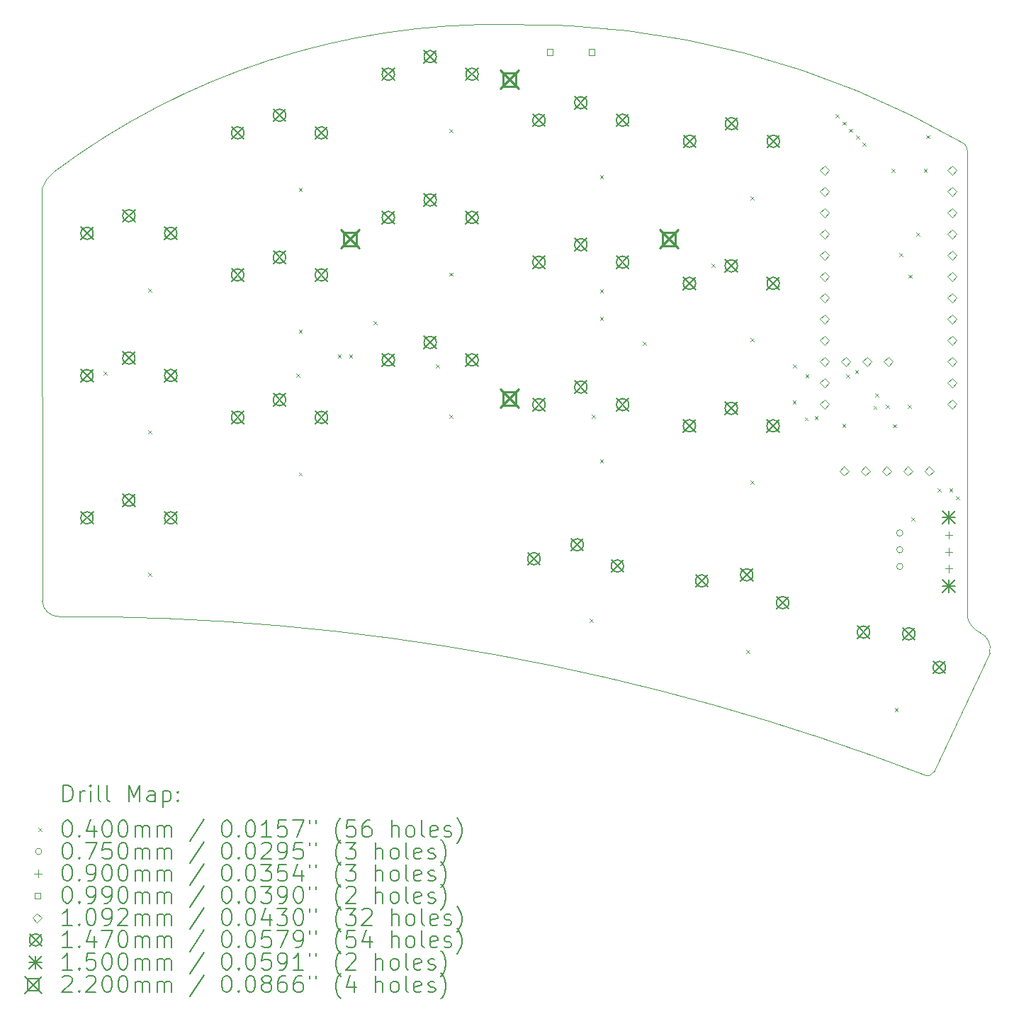
<source format=gbr>
%TF.GenerationSoftware,KiCad,Pcbnew,(6.0.8)*%
%TF.CreationDate,2022-12-01T16:35:40-08:00*%
%TF.ProjectId,half-swept,68616c66-2d73-4776-9570-742e6b696361,rev?*%
%TF.SameCoordinates,Original*%
%TF.FileFunction,Drillmap*%
%TF.FilePolarity,Positive*%
%FSLAX45Y45*%
G04 Gerber Fmt 4.5, Leading zero omitted, Abs format (unit mm)*
G04 Created by KiCad (PCBNEW (6.0.8)) date 2022-12-01 16:35:40*
%MOMM*%
%LPD*%
G01*
G04 APERTURE LIST*
%ADD10C,0.050000*%
%ADD11C,0.200000*%
%ADD12C,0.040000*%
%ADD13C,0.075000*%
%ADD14C,0.090000*%
%ADD15C,0.099000*%
%ADD16C,0.109220*%
%ADD17C,0.147000*%
%ADD18C,0.150000*%
%ADD19C,0.220000*%
G04 APERTURE END LIST*
D10*
X1223692Y-3220171D02*
X1227712Y-8147003D01*
X12278886Y-2760878D02*
G75*
G03*
X12242686Y-2680500I-104476J1288D01*
G01*
X1366385Y-3018799D02*
G75*
G03*
X1223692Y-3220171I244505J-324501D01*
G01*
X12242686Y-2680500D02*
G75*
G03*
X6792687Y-1256251I-5286691J-9090387D01*
G01*
X11758266Y-10218445D02*
G75*
G03*
X1431486Y-8330612I-10180840J-26502435D01*
G01*
X1227709Y-8147003D02*
G75*
G03*
X1431486Y-8330612I197801J14643D01*
G01*
X12278887Y-2760878D02*
X12278886Y-8330500D01*
X6792687Y-1256251D02*
G75*
G03*
X1366386Y-3018800I-139342J-8805174D01*
G01*
X11758268Y-10218440D02*
G75*
G03*
X11878948Y-10185024I43992J75750D01*
G01*
X12547988Y-8757716D02*
X11878948Y-10185024D01*
X12278887Y-8330500D02*
G75*
G03*
X12432988Y-8522716I279953J66560D01*
G01*
X12547986Y-8757716D02*
G75*
G03*
X12432988Y-8522716I-199306J48106D01*
G01*
D11*
D12*
X1960293Y-5403206D02*
X2000293Y-5443206D01*
X2000293Y-5403206D02*
X1960293Y-5443206D01*
X2491927Y-4407958D02*
X2531927Y-4447958D01*
X2531927Y-4407958D02*
X2491927Y-4447958D01*
X2491927Y-7807958D02*
X2531927Y-7847958D01*
X2531927Y-7807958D02*
X2491927Y-7847958D01*
X2491927Y-6106958D02*
X2531927Y-6146958D01*
X2531927Y-6106958D02*
X2491927Y-6146958D01*
X4261293Y-5424206D02*
X4301293Y-5464206D01*
X4301293Y-5424206D02*
X4261293Y-5464206D01*
X4291885Y-4903857D02*
X4331885Y-4943857D01*
X4331885Y-4903857D02*
X4291885Y-4943857D01*
X4291908Y-6606940D02*
X4331908Y-6646940D01*
X4331908Y-6606940D02*
X4291908Y-6646940D01*
X4291927Y-3206958D02*
X4331927Y-3246958D01*
X4331927Y-3206958D02*
X4291927Y-3246958D01*
X4758293Y-5196206D02*
X4798293Y-5236206D01*
X4798293Y-5196206D02*
X4758293Y-5236206D01*
X4894000Y-5196000D02*
X4934000Y-5236000D01*
X4934000Y-5196000D02*
X4894000Y-5236000D01*
X5187293Y-4797206D02*
X5227293Y-4837206D01*
X5227293Y-4797206D02*
X5187293Y-4837206D01*
X5930480Y-5319019D02*
X5970480Y-5359019D01*
X5970480Y-5319019D02*
X5930480Y-5359019D01*
X6091927Y-4218958D02*
X6131927Y-4258958D01*
X6131927Y-4218958D02*
X6091927Y-4258958D01*
X6092057Y-5920597D02*
X6132057Y-5960597D01*
X6132057Y-5920597D02*
X6092057Y-5960597D01*
X6092307Y-2507229D02*
X6132307Y-2547229D01*
X6132307Y-2507229D02*
X6092307Y-2547229D01*
X7769693Y-8356340D02*
X7809693Y-8396340D01*
X7809693Y-8356340D02*
X7769693Y-8396340D01*
X7795234Y-5917265D02*
X7835234Y-5957265D01*
X7835234Y-5917265D02*
X7795234Y-5957265D01*
X7891828Y-3056806D02*
X7931828Y-3096806D01*
X7931828Y-3056806D02*
X7891828Y-3096806D01*
X7891925Y-4416573D02*
X7931925Y-4456573D01*
X7931925Y-4416573D02*
X7891925Y-4456573D01*
X7891925Y-4751957D02*
X7931925Y-4791957D01*
X7931925Y-4751957D02*
X7891925Y-4791957D01*
X7891927Y-6453958D02*
X7931927Y-6493958D01*
X7931927Y-6453958D02*
X7891927Y-6493958D01*
X8401000Y-5047000D02*
X8441000Y-5087000D01*
X8441000Y-5047000D02*
X8401000Y-5087000D01*
X9225293Y-4114206D02*
X9265293Y-4154206D01*
X9265293Y-4114206D02*
X9225293Y-4154206D01*
X9636919Y-8729350D02*
X9676919Y-8769350D01*
X9676919Y-8729350D02*
X9636919Y-8769350D01*
X9688844Y-6707934D02*
X9728844Y-6747934D01*
X9728844Y-6707934D02*
X9688844Y-6747934D01*
X9689753Y-5005804D02*
X9729753Y-5045804D01*
X9729753Y-5005804D02*
X9689753Y-5045804D01*
X9691842Y-3306871D02*
X9731842Y-3346871D01*
X9731842Y-3306871D02*
X9691842Y-3346871D01*
X10193293Y-5747206D02*
X10233293Y-5787206D01*
X10233293Y-5747206D02*
X10193293Y-5787206D01*
X10198000Y-5318000D02*
X10238000Y-5358000D01*
X10238000Y-5318000D02*
X10198000Y-5358000D01*
X10338293Y-5946206D02*
X10378293Y-5986206D01*
X10378293Y-5946206D02*
X10338293Y-5986206D01*
X10345293Y-5433206D02*
X10385293Y-5473206D01*
X10385293Y-5433206D02*
X10345293Y-5473206D01*
X10455293Y-5935206D02*
X10495293Y-5975206D01*
X10495293Y-5935206D02*
X10455293Y-5975206D01*
X10705293Y-2328206D02*
X10745293Y-2368206D01*
X10745293Y-2328206D02*
X10705293Y-2368206D01*
X10787000Y-6028000D02*
X10827000Y-6068000D01*
X10827000Y-6028000D02*
X10787000Y-6068000D01*
X10789293Y-2416206D02*
X10829293Y-2456206D01*
X10829293Y-2416206D02*
X10789293Y-2456206D01*
X10834293Y-5433206D02*
X10874293Y-5473206D01*
X10874293Y-5433206D02*
X10834293Y-5473206D01*
X10868293Y-2500206D02*
X10908293Y-2540206D01*
X10908293Y-2500206D02*
X10868293Y-2540206D01*
X10938293Y-5385206D02*
X10978293Y-5425206D01*
X10978293Y-5385206D02*
X10938293Y-5425206D01*
X10949293Y-2584206D02*
X10989293Y-2624206D01*
X10989293Y-2584206D02*
X10949293Y-2624206D01*
X11028293Y-2668206D02*
X11068293Y-2708206D01*
X11068293Y-2668206D02*
X11028293Y-2708206D01*
X11158000Y-5813000D02*
X11198000Y-5853000D01*
X11198000Y-5813000D02*
X11158000Y-5853000D01*
X11178000Y-5663000D02*
X11218000Y-5703000D01*
X11218000Y-5663000D02*
X11178000Y-5703000D01*
X11305000Y-5802000D02*
X11345000Y-5842000D01*
X11345000Y-5802000D02*
X11305000Y-5842000D01*
X11374000Y-2977000D02*
X11414000Y-3017000D01*
X11414000Y-2977000D02*
X11374000Y-3017000D01*
X11389000Y-6031000D02*
X11429000Y-6071000D01*
X11429000Y-6031000D02*
X11389000Y-6071000D01*
X11413791Y-9422373D02*
X11453791Y-9462373D01*
X11453791Y-9422373D02*
X11413791Y-9462373D01*
X11467000Y-3985000D02*
X11507000Y-4025000D01*
X11507000Y-3985000D02*
X11467000Y-4025000D01*
X11569000Y-5802000D02*
X11609000Y-5842000D01*
X11609000Y-5802000D02*
X11569000Y-5842000D01*
X11581000Y-4246000D02*
X11621000Y-4286000D01*
X11621000Y-4246000D02*
X11581000Y-4286000D01*
X11610293Y-7144206D02*
X11650293Y-7184206D01*
X11650293Y-7144206D02*
X11610293Y-7184206D01*
X11673175Y-3739175D02*
X11713175Y-3779175D01*
X11713175Y-3739175D02*
X11673175Y-3779175D01*
X11759000Y-2977000D02*
X11799000Y-3017000D01*
X11799000Y-2977000D02*
X11759000Y-3017000D01*
X11791307Y-2577229D02*
X11831307Y-2617229D01*
X11831307Y-2577229D02*
X11791307Y-2617229D01*
X11928000Y-6797000D02*
X11968000Y-6837000D01*
X11968000Y-6797000D02*
X11928000Y-6837000D01*
X12064000Y-6796000D02*
X12104000Y-6836000D01*
X12104000Y-6796000D02*
X12064000Y-6836000D01*
X12148000Y-6889000D02*
X12188000Y-6929000D01*
X12188000Y-6889000D02*
X12148000Y-6929000D01*
D13*
X11510807Y-7331229D02*
G75*
G03*
X11510807Y-7331229I-37500J0D01*
G01*
X11510807Y-7531229D02*
G75*
G03*
X11510807Y-7531229I-37500J0D01*
G01*
X11510807Y-7731229D02*
G75*
G03*
X11510807Y-7731229I-37500J0D01*
G01*
D14*
X12059000Y-7312000D02*
X12059000Y-7402000D01*
X12014000Y-7357000D02*
X12104000Y-7357000D01*
X12059000Y-7512000D02*
X12059000Y-7602000D01*
X12014000Y-7557000D02*
X12104000Y-7557000D01*
X12059000Y-7712000D02*
X12059000Y-7802000D01*
X12014000Y-7757000D02*
X12104000Y-7757000D01*
D15*
X7330189Y-1621752D02*
X7330189Y-1551748D01*
X7260184Y-1551748D01*
X7260184Y-1621752D01*
X7330189Y-1621752D01*
X7830189Y-1621752D02*
X7830189Y-1551748D01*
X7760184Y-1551748D01*
X7760184Y-1621752D01*
X7830189Y-1621752D01*
D16*
X10575686Y-3051785D02*
X10630296Y-2997175D01*
X10575686Y-2942565D01*
X10521076Y-2997175D01*
X10575686Y-3051785D01*
X10575686Y-3305785D02*
X10630296Y-3251175D01*
X10575686Y-3196565D01*
X10521076Y-3251175D01*
X10575686Y-3305785D01*
X10575686Y-3559785D02*
X10630296Y-3505175D01*
X10575686Y-3450565D01*
X10521076Y-3505175D01*
X10575686Y-3559785D01*
X10575686Y-3813785D02*
X10630296Y-3759175D01*
X10575686Y-3704565D01*
X10521076Y-3759175D01*
X10575686Y-3813785D01*
X10575686Y-4067785D02*
X10630296Y-4013175D01*
X10575686Y-3958565D01*
X10521076Y-4013175D01*
X10575686Y-4067785D01*
X10575686Y-4321785D02*
X10630296Y-4267175D01*
X10575686Y-4212565D01*
X10521076Y-4267175D01*
X10575686Y-4321785D01*
X10575686Y-4575785D02*
X10630296Y-4521175D01*
X10575686Y-4466565D01*
X10521076Y-4521175D01*
X10575686Y-4575785D01*
X10575686Y-4829785D02*
X10630296Y-4775175D01*
X10575686Y-4720565D01*
X10521076Y-4775175D01*
X10575686Y-4829785D01*
X10575686Y-5083785D02*
X10630296Y-5029175D01*
X10575686Y-4974565D01*
X10521076Y-5029175D01*
X10575686Y-5083785D01*
X10575686Y-5337785D02*
X10630296Y-5283175D01*
X10575686Y-5228565D01*
X10521076Y-5283175D01*
X10575686Y-5337785D01*
X10575686Y-5591785D02*
X10630296Y-5537175D01*
X10575686Y-5482565D01*
X10521076Y-5537175D01*
X10575686Y-5591785D01*
X10575686Y-5845785D02*
X10630296Y-5791175D01*
X10575686Y-5736565D01*
X10521076Y-5791175D01*
X10575686Y-5845785D01*
X10807307Y-6644839D02*
X10861917Y-6590229D01*
X10807307Y-6535619D01*
X10752697Y-6590229D01*
X10807307Y-6644839D01*
X10829686Y-5337785D02*
X10884296Y-5283175D01*
X10829686Y-5228565D01*
X10775076Y-5283175D01*
X10829686Y-5337785D01*
X11061307Y-6644839D02*
X11115917Y-6590229D01*
X11061307Y-6535619D01*
X11006697Y-6590229D01*
X11061307Y-6644839D01*
X11083686Y-5337785D02*
X11138296Y-5283175D01*
X11083686Y-5228565D01*
X11029076Y-5283175D01*
X11083686Y-5337785D01*
X11315307Y-6644839D02*
X11369917Y-6590229D01*
X11315307Y-6535619D01*
X11260697Y-6590229D01*
X11315307Y-6644839D01*
X11337686Y-5337785D02*
X11392296Y-5283175D01*
X11337686Y-5228565D01*
X11283076Y-5283175D01*
X11337686Y-5337785D01*
X11569307Y-6644839D02*
X11623917Y-6590229D01*
X11569307Y-6535619D01*
X11514697Y-6590229D01*
X11569307Y-6644839D01*
X11823307Y-6644839D02*
X11877917Y-6590229D01*
X11823307Y-6535619D01*
X11768697Y-6590229D01*
X11823307Y-6644839D01*
X12099686Y-3051785D02*
X12154296Y-2997175D01*
X12099686Y-2942565D01*
X12045076Y-2997175D01*
X12099686Y-3051785D01*
X12099686Y-3305785D02*
X12154296Y-3251175D01*
X12099686Y-3196565D01*
X12045076Y-3251175D01*
X12099686Y-3305785D01*
X12099686Y-3559785D02*
X12154296Y-3505175D01*
X12099686Y-3450565D01*
X12045076Y-3505175D01*
X12099686Y-3559785D01*
X12099686Y-3813785D02*
X12154296Y-3759175D01*
X12099686Y-3704565D01*
X12045076Y-3759175D01*
X12099686Y-3813785D01*
X12099686Y-4067785D02*
X12154296Y-4013175D01*
X12099686Y-3958565D01*
X12045076Y-4013175D01*
X12099686Y-4067785D01*
X12099686Y-4321785D02*
X12154296Y-4267175D01*
X12099686Y-4212565D01*
X12045076Y-4267175D01*
X12099686Y-4321785D01*
X12099686Y-4575785D02*
X12154296Y-4521175D01*
X12099686Y-4466565D01*
X12045076Y-4521175D01*
X12099686Y-4575785D01*
X12099686Y-4829785D02*
X12154296Y-4775175D01*
X12099686Y-4720565D01*
X12045076Y-4775175D01*
X12099686Y-4829785D01*
X12099686Y-5083785D02*
X12154296Y-5029175D01*
X12099686Y-4974565D01*
X12045076Y-5029175D01*
X12099686Y-5083785D01*
X12099686Y-5337785D02*
X12154296Y-5283175D01*
X12099686Y-5228565D01*
X12045076Y-5283175D01*
X12099686Y-5337785D01*
X12099686Y-5591785D02*
X12154296Y-5537175D01*
X12099686Y-5482565D01*
X12045076Y-5537175D01*
X12099686Y-5591785D01*
X12099686Y-5845785D02*
X12154296Y-5791175D01*
X12099686Y-5736565D01*
X12045076Y-5791175D01*
X12099686Y-5845785D01*
D17*
X1689186Y-3677000D02*
X1836186Y-3824000D01*
X1836186Y-3677000D02*
X1689186Y-3824000D01*
X1836186Y-3750500D02*
G75*
G03*
X1836186Y-3750500I-73500J0D01*
G01*
X1689186Y-5377000D02*
X1836186Y-5524000D01*
X1836186Y-5377000D02*
X1689186Y-5524000D01*
X1836186Y-5450500D02*
G75*
G03*
X1836186Y-5450500I-73500J0D01*
G01*
X1689186Y-7077000D02*
X1836186Y-7224000D01*
X1836186Y-7077000D02*
X1689186Y-7224000D01*
X1836186Y-7150500D02*
G75*
G03*
X1836186Y-7150500I-73500J0D01*
G01*
X2189187Y-3467000D02*
X2336187Y-3614000D01*
X2336187Y-3467000D02*
X2189187Y-3614000D01*
X2336187Y-3540500D02*
G75*
G03*
X2336187Y-3540500I-73500J0D01*
G01*
X2189187Y-5167000D02*
X2336187Y-5314000D01*
X2336187Y-5167000D02*
X2189187Y-5314000D01*
X2336187Y-5240500D02*
G75*
G03*
X2336187Y-5240500I-73500J0D01*
G01*
X2189187Y-6867000D02*
X2336187Y-7014000D01*
X2336187Y-6867000D02*
X2189187Y-7014000D01*
X2336187Y-6940500D02*
G75*
G03*
X2336187Y-6940500I-73500J0D01*
G01*
X2689187Y-3677000D02*
X2836186Y-3824000D01*
X2836186Y-3677000D02*
X2689187Y-3824000D01*
X2836186Y-3750500D02*
G75*
G03*
X2836186Y-3750500I-73500J0D01*
G01*
X2689187Y-5377000D02*
X2836186Y-5524000D01*
X2836186Y-5377000D02*
X2689187Y-5524000D01*
X2836186Y-5450500D02*
G75*
G03*
X2836186Y-5450500I-73500J0D01*
G01*
X2689187Y-7077000D02*
X2836186Y-7224000D01*
X2836186Y-7077000D02*
X2689187Y-7224000D01*
X2836186Y-7150500D02*
G75*
G03*
X2836186Y-7150500I-73500J0D01*
G01*
X3489186Y-5876200D02*
X3636186Y-6023200D01*
X3636186Y-5876200D02*
X3489186Y-6023200D01*
X3636186Y-5949700D02*
G75*
G03*
X3636186Y-5949700I-73500J0D01*
G01*
X3489187Y-2477000D02*
X3636187Y-2624000D01*
X3636187Y-2477000D02*
X3489187Y-2624000D01*
X3636187Y-2550500D02*
G75*
G03*
X3636187Y-2550500I-73500J0D01*
G01*
X3489187Y-4174400D02*
X3636187Y-4321400D01*
X3636187Y-4174400D02*
X3489187Y-4321400D01*
X3636187Y-4247900D02*
G75*
G03*
X3636187Y-4247900I-73500J0D01*
G01*
X3989186Y-5666200D02*
X4136186Y-5813200D01*
X4136186Y-5666200D02*
X3989186Y-5813200D01*
X4136186Y-5739700D02*
G75*
G03*
X4136186Y-5739700I-73500J0D01*
G01*
X3989187Y-2267000D02*
X4136187Y-2414000D01*
X4136187Y-2267000D02*
X3989187Y-2414000D01*
X4136187Y-2340500D02*
G75*
G03*
X4136187Y-2340500I-73500J0D01*
G01*
X3989187Y-3964400D02*
X4136187Y-4111400D01*
X4136187Y-3964400D02*
X3989187Y-4111400D01*
X4136187Y-4037900D02*
G75*
G03*
X4136187Y-4037900I-73500J0D01*
G01*
X4489186Y-5876200D02*
X4636186Y-6023200D01*
X4636186Y-5876200D02*
X4489186Y-6023200D01*
X4636186Y-5949700D02*
G75*
G03*
X4636186Y-5949700I-73500J0D01*
G01*
X4489187Y-2477000D02*
X4636187Y-2624000D01*
X4636187Y-2477000D02*
X4489187Y-2624000D01*
X4636187Y-2550500D02*
G75*
G03*
X4636187Y-2550500I-73500J0D01*
G01*
X4489187Y-4174400D02*
X4636187Y-4321400D01*
X4636187Y-4174400D02*
X4489187Y-4321400D01*
X4636187Y-4247900D02*
G75*
G03*
X4636187Y-4247900I-73500J0D01*
G01*
X5289186Y-5190400D02*
X5436186Y-5337400D01*
X5436186Y-5190400D02*
X5289186Y-5337400D01*
X5436186Y-5263900D02*
G75*
G03*
X5436186Y-5263900I-73500J0D01*
G01*
X5289186Y-1777000D02*
X5436186Y-1924000D01*
X5436186Y-1777000D02*
X5289186Y-1924000D01*
X5436186Y-1850500D02*
G75*
G03*
X5436186Y-1850500I-73500J0D01*
G01*
X5289187Y-3488600D02*
X5436187Y-3635600D01*
X5436187Y-3488600D02*
X5289187Y-3635600D01*
X5436187Y-3562100D02*
G75*
G03*
X5436187Y-3562100I-73500J0D01*
G01*
X5789186Y-4980400D02*
X5936186Y-5127400D01*
X5936186Y-4980400D02*
X5789186Y-5127400D01*
X5936186Y-5053900D02*
G75*
G03*
X5936186Y-5053900I-73500J0D01*
G01*
X5789186Y-1567000D02*
X5936186Y-1714000D01*
X5936186Y-1567000D02*
X5789186Y-1714000D01*
X5936186Y-1640500D02*
G75*
G03*
X5936186Y-1640500I-73500J0D01*
G01*
X5789187Y-3278600D02*
X5936187Y-3425600D01*
X5936187Y-3278600D02*
X5789187Y-3425600D01*
X5936187Y-3352100D02*
G75*
G03*
X5936187Y-3352100I-73500J0D01*
G01*
X6289186Y-5190400D02*
X6436186Y-5337400D01*
X6436186Y-5190400D02*
X6289186Y-5337400D01*
X6436186Y-5263900D02*
G75*
G03*
X6436186Y-5263900I-73500J0D01*
G01*
X6289186Y-1777000D02*
X6436186Y-1924000D01*
X6436186Y-1777000D02*
X6289186Y-1924000D01*
X6436186Y-1850500D02*
G75*
G03*
X6436186Y-1850500I-73500J0D01*
G01*
X6289187Y-3488600D02*
X6436187Y-3635600D01*
X6436187Y-3488600D02*
X6289187Y-3635600D01*
X6436187Y-3562100D02*
G75*
G03*
X6436187Y-3562100I-73500J0D01*
G01*
X7029208Y-7564868D02*
X7176208Y-7711868D01*
X7176208Y-7564868D02*
X7029208Y-7711868D01*
X7176208Y-7638368D02*
G75*
G03*
X7176208Y-7638368I-73500J0D01*
G01*
X7089186Y-2327000D02*
X7236186Y-2474000D01*
X7236186Y-2327000D02*
X7089186Y-2474000D01*
X7236186Y-2400500D02*
G75*
G03*
X7236186Y-2400500I-73500J0D01*
G01*
X7089186Y-5723800D02*
X7236186Y-5870800D01*
X7236186Y-5723800D02*
X7089186Y-5870800D01*
X7236186Y-5797300D02*
G75*
G03*
X7236186Y-5797300I-73500J0D01*
G01*
X7089187Y-4022000D02*
X7236187Y-4169000D01*
X7236187Y-4022000D02*
X7089187Y-4169000D01*
X7236187Y-4095500D02*
G75*
G03*
X7236187Y-4095500I-73500J0D01*
G01*
X7545608Y-7399245D02*
X7692608Y-7546245D01*
X7692608Y-7399245D02*
X7545608Y-7546245D01*
X7692608Y-7472745D02*
G75*
G03*
X7692608Y-7472745I-73500J0D01*
G01*
X7589186Y-2117000D02*
X7736186Y-2264000D01*
X7736186Y-2117000D02*
X7589186Y-2264000D01*
X7736186Y-2190500D02*
G75*
G03*
X7736186Y-2190500I-73500J0D01*
G01*
X7589186Y-5513801D02*
X7736186Y-5660800D01*
X7736186Y-5513801D02*
X7589186Y-5660800D01*
X7736186Y-5587301D02*
G75*
G03*
X7736186Y-5587301I-73500J0D01*
G01*
X7589187Y-3812000D02*
X7736187Y-3959000D01*
X7736187Y-3812000D02*
X7589187Y-3959000D01*
X7736187Y-3885500D02*
G75*
G03*
X7736187Y-3885500I-73500J0D01*
G01*
X8025403Y-7652024D02*
X8172403Y-7799024D01*
X8172403Y-7652024D02*
X8025403Y-7799024D01*
X8172403Y-7725524D02*
G75*
G03*
X8172403Y-7725524I-73500J0D01*
G01*
X8089186Y-2327000D02*
X8236186Y-2474000D01*
X8236186Y-2327000D02*
X8089186Y-2474000D01*
X8236186Y-2400500D02*
G75*
G03*
X8236186Y-2400500I-73500J0D01*
G01*
X8089186Y-5723800D02*
X8236186Y-5870800D01*
X8236186Y-5723800D02*
X8089186Y-5870800D01*
X8236186Y-5797300D02*
G75*
G03*
X8236186Y-5797300I-73500J0D01*
G01*
X8089187Y-4022000D02*
X8236187Y-4169000D01*
X8236187Y-4022000D02*
X8089187Y-4169000D01*
X8236187Y-4095500D02*
G75*
G03*
X8236187Y-4095500I-73500J0D01*
G01*
X8886552Y-5977800D02*
X9033552Y-6124800D01*
X9033552Y-5977800D02*
X8886552Y-6124800D01*
X9033552Y-6051300D02*
G75*
G03*
X9033552Y-6051300I-73500J0D01*
G01*
X8887187Y-4276000D02*
X9034187Y-4423000D01*
X9034187Y-4276000D02*
X8887187Y-4423000D01*
X9034187Y-4349500D02*
G75*
G03*
X9034187Y-4349500I-73500J0D01*
G01*
X8889186Y-2577000D02*
X9036186Y-2724000D01*
X9036186Y-2577000D02*
X8889186Y-2724000D01*
X9036186Y-2650500D02*
G75*
G03*
X9036186Y-2650500I-73500J0D01*
G01*
X9034575Y-7830539D02*
X9181575Y-7977539D01*
X9181575Y-7830539D02*
X9034575Y-7977539D01*
X9181575Y-7904039D02*
G75*
G03*
X9181575Y-7904039I-73500J0D01*
G01*
X9386552Y-5767800D02*
X9533552Y-5914800D01*
X9533552Y-5767800D02*
X9386552Y-5914800D01*
X9533552Y-5841300D02*
G75*
G03*
X9533552Y-5841300I-73500J0D01*
G01*
X9387187Y-4066000D02*
X9534187Y-4213000D01*
X9534187Y-4066000D02*
X9387187Y-4213000D01*
X9534187Y-4139500D02*
G75*
G03*
X9534187Y-4139500I-73500J0D01*
G01*
X9389186Y-2367000D02*
X9536186Y-2514000D01*
X9536186Y-2367000D02*
X9389186Y-2514000D01*
X9536186Y-2440500D02*
G75*
G03*
X9536186Y-2440500I-73500J0D01*
G01*
X9571890Y-7757104D02*
X9718890Y-7904104D01*
X9718890Y-7757104D02*
X9571890Y-7904104D01*
X9718890Y-7830604D02*
G75*
G03*
X9718890Y-7830604I-73500J0D01*
G01*
X9886552Y-5977800D02*
X10033552Y-6124800D01*
X10033552Y-5977800D02*
X9886552Y-6124800D01*
X10033552Y-6051300D02*
G75*
G03*
X10033552Y-6051300I-73500J0D01*
G01*
X9887187Y-4276000D02*
X10034187Y-4423000D01*
X10034187Y-4276000D02*
X9887187Y-4423000D01*
X10034187Y-4349500D02*
G75*
G03*
X10034187Y-4349500I-73500J0D01*
G01*
X9889186Y-2577000D02*
X10036186Y-2724000D01*
X10036186Y-2577000D02*
X9889186Y-2724000D01*
X10036186Y-2650500D02*
G75*
G03*
X10036186Y-2650500I-73500J0D01*
G01*
X10000501Y-8089358D02*
X10147501Y-8236358D01*
X10147501Y-8089358D02*
X10000501Y-8236358D01*
X10147501Y-8162858D02*
G75*
G03*
X10147501Y-8162858I-73500J0D01*
G01*
X10966628Y-8441294D02*
X11113628Y-8588294D01*
X11113628Y-8441294D02*
X10966628Y-8588294D01*
X11113628Y-8514794D02*
G75*
G03*
X11113628Y-8514794I-73500J0D01*
G01*
X11508531Y-8462278D02*
X11655531Y-8609278D01*
X11655531Y-8462278D02*
X11508531Y-8609278D01*
X11655531Y-8535778D02*
G75*
G03*
X11655531Y-8535778I-73500J0D01*
G01*
X11872935Y-8863912D02*
X12019935Y-9010912D01*
X12019935Y-8863912D02*
X11872935Y-9010912D01*
X12019935Y-8937412D02*
G75*
G03*
X12019935Y-8937412I-73500J0D01*
G01*
D18*
X11984000Y-7072000D02*
X12134000Y-7222000D01*
X12134000Y-7072000D02*
X11984000Y-7222000D01*
X12059000Y-7072000D02*
X12059000Y-7222000D01*
X11984000Y-7147000D02*
X12134000Y-7147000D01*
X11984000Y-7892000D02*
X12134000Y-8042000D01*
X12134000Y-7892000D02*
X11984000Y-8042000D01*
X12059000Y-7892000D02*
X12059000Y-8042000D01*
X11984000Y-7967000D02*
X12134000Y-7967000D01*
D19*
X4797687Y-3710500D02*
X5017687Y-3930500D01*
X5017687Y-3710500D02*
X4797687Y-3930500D01*
X4985469Y-3898283D02*
X4985469Y-3742718D01*
X4829904Y-3742718D01*
X4829904Y-3898283D01*
X4985469Y-3898283D01*
X6702687Y-1805500D02*
X6922687Y-2025500D01*
X6922687Y-1805500D02*
X6702687Y-2025500D01*
X6890469Y-1993283D02*
X6890469Y-1837718D01*
X6734904Y-1837718D01*
X6734904Y-1993283D01*
X6890469Y-1993283D01*
X6702687Y-5615500D02*
X6922687Y-5835500D01*
X6922687Y-5615500D02*
X6702687Y-5835500D01*
X6890469Y-5803283D02*
X6890469Y-5647718D01*
X6734904Y-5647718D01*
X6734904Y-5803283D01*
X6890469Y-5803283D01*
X8607687Y-3710500D02*
X8827687Y-3930500D01*
X8827687Y-3710500D02*
X8607687Y-3930500D01*
X8795469Y-3898283D02*
X8795469Y-3742718D01*
X8639904Y-3742718D01*
X8639904Y-3898283D01*
X8795469Y-3898283D01*
D11*
X1478811Y-10543263D02*
X1478811Y-10343263D01*
X1526430Y-10343263D01*
X1555001Y-10352787D01*
X1574049Y-10371835D01*
X1583573Y-10390882D01*
X1593096Y-10428978D01*
X1593096Y-10457549D01*
X1583573Y-10495644D01*
X1574049Y-10514692D01*
X1555001Y-10533739D01*
X1526430Y-10543263D01*
X1478811Y-10543263D01*
X1678811Y-10543263D02*
X1678811Y-10409930D01*
X1678811Y-10448025D02*
X1688335Y-10428978D01*
X1697858Y-10419454D01*
X1716906Y-10409930D01*
X1735954Y-10409930D01*
X1802620Y-10543263D02*
X1802620Y-10409930D01*
X1802620Y-10343263D02*
X1793096Y-10352787D01*
X1802620Y-10362311D01*
X1812144Y-10352787D01*
X1802620Y-10343263D01*
X1802620Y-10362311D01*
X1926430Y-10543263D02*
X1907382Y-10533739D01*
X1897858Y-10514692D01*
X1897858Y-10343263D01*
X2031192Y-10543263D02*
X2012144Y-10533739D01*
X2002620Y-10514692D01*
X2002620Y-10343263D01*
X2259763Y-10543263D02*
X2259763Y-10343263D01*
X2326430Y-10486120D01*
X2393097Y-10343263D01*
X2393097Y-10543263D01*
X2574049Y-10543263D02*
X2574049Y-10438501D01*
X2564525Y-10419454D01*
X2545478Y-10409930D01*
X2507382Y-10409930D01*
X2488335Y-10419454D01*
X2574049Y-10533739D02*
X2555001Y-10543263D01*
X2507382Y-10543263D01*
X2488335Y-10533739D01*
X2478811Y-10514692D01*
X2478811Y-10495644D01*
X2488335Y-10476597D01*
X2507382Y-10467073D01*
X2555001Y-10467073D01*
X2574049Y-10457549D01*
X2669287Y-10409930D02*
X2669287Y-10609930D01*
X2669287Y-10419454D02*
X2688335Y-10409930D01*
X2726430Y-10409930D01*
X2745478Y-10419454D01*
X2755001Y-10428978D01*
X2764525Y-10448025D01*
X2764525Y-10505168D01*
X2755001Y-10524216D01*
X2745478Y-10533739D01*
X2726430Y-10543263D01*
X2688335Y-10543263D01*
X2669287Y-10533739D01*
X2850239Y-10524216D02*
X2859763Y-10533739D01*
X2850239Y-10543263D01*
X2840716Y-10533739D01*
X2850239Y-10524216D01*
X2850239Y-10543263D01*
X2850239Y-10419454D02*
X2859763Y-10428978D01*
X2850239Y-10438501D01*
X2840716Y-10428978D01*
X2850239Y-10419454D01*
X2850239Y-10438501D01*
D12*
X1181192Y-10852787D02*
X1221192Y-10892787D01*
X1221192Y-10852787D02*
X1181192Y-10892787D01*
D11*
X1516906Y-10763263D02*
X1535954Y-10763263D01*
X1555001Y-10772787D01*
X1564525Y-10782311D01*
X1574049Y-10801359D01*
X1583573Y-10839454D01*
X1583573Y-10887073D01*
X1574049Y-10925168D01*
X1564525Y-10944216D01*
X1555001Y-10953739D01*
X1535954Y-10963263D01*
X1516906Y-10963263D01*
X1497858Y-10953739D01*
X1488335Y-10944216D01*
X1478811Y-10925168D01*
X1469287Y-10887073D01*
X1469287Y-10839454D01*
X1478811Y-10801359D01*
X1488335Y-10782311D01*
X1497858Y-10772787D01*
X1516906Y-10763263D01*
X1669287Y-10944216D02*
X1678811Y-10953739D01*
X1669287Y-10963263D01*
X1659763Y-10953739D01*
X1669287Y-10944216D01*
X1669287Y-10963263D01*
X1850239Y-10829930D02*
X1850239Y-10963263D01*
X1802620Y-10753739D02*
X1755001Y-10896597D01*
X1878811Y-10896597D01*
X1993096Y-10763263D02*
X2012144Y-10763263D01*
X2031192Y-10772787D01*
X2040716Y-10782311D01*
X2050239Y-10801359D01*
X2059763Y-10839454D01*
X2059763Y-10887073D01*
X2050239Y-10925168D01*
X2040716Y-10944216D01*
X2031192Y-10953739D01*
X2012144Y-10963263D01*
X1993096Y-10963263D01*
X1974049Y-10953739D01*
X1964525Y-10944216D01*
X1955001Y-10925168D01*
X1945477Y-10887073D01*
X1945477Y-10839454D01*
X1955001Y-10801359D01*
X1964525Y-10782311D01*
X1974049Y-10772787D01*
X1993096Y-10763263D01*
X2183573Y-10763263D02*
X2202620Y-10763263D01*
X2221668Y-10772787D01*
X2231192Y-10782311D01*
X2240716Y-10801359D01*
X2250239Y-10839454D01*
X2250239Y-10887073D01*
X2240716Y-10925168D01*
X2231192Y-10944216D01*
X2221668Y-10953739D01*
X2202620Y-10963263D01*
X2183573Y-10963263D01*
X2164525Y-10953739D01*
X2155001Y-10944216D01*
X2145478Y-10925168D01*
X2135954Y-10887073D01*
X2135954Y-10839454D01*
X2145478Y-10801359D01*
X2155001Y-10782311D01*
X2164525Y-10772787D01*
X2183573Y-10763263D01*
X2335954Y-10963263D02*
X2335954Y-10829930D01*
X2335954Y-10848978D02*
X2345478Y-10839454D01*
X2364525Y-10829930D01*
X2393097Y-10829930D01*
X2412144Y-10839454D01*
X2421668Y-10858501D01*
X2421668Y-10963263D01*
X2421668Y-10858501D02*
X2431192Y-10839454D01*
X2450239Y-10829930D01*
X2478811Y-10829930D01*
X2497858Y-10839454D01*
X2507382Y-10858501D01*
X2507382Y-10963263D01*
X2602620Y-10963263D02*
X2602620Y-10829930D01*
X2602620Y-10848978D02*
X2612144Y-10839454D01*
X2631192Y-10829930D01*
X2659763Y-10829930D01*
X2678811Y-10839454D01*
X2688335Y-10858501D01*
X2688335Y-10963263D01*
X2688335Y-10858501D02*
X2697858Y-10839454D01*
X2716906Y-10829930D01*
X2745478Y-10829930D01*
X2764525Y-10839454D01*
X2774049Y-10858501D01*
X2774049Y-10963263D01*
X3164525Y-10753739D02*
X2993096Y-11010882D01*
X3421668Y-10763263D02*
X3440716Y-10763263D01*
X3459763Y-10772787D01*
X3469287Y-10782311D01*
X3478811Y-10801359D01*
X3488335Y-10839454D01*
X3488335Y-10887073D01*
X3478811Y-10925168D01*
X3469287Y-10944216D01*
X3459763Y-10953739D01*
X3440716Y-10963263D01*
X3421668Y-10963263D01*
X3402620Y-10953739D01*
X3393096Y-10944216D01*
X3383573Y-10925168D01*
X3374049Y-10887073D01*
X3374049Y-10839454D01*
X3383573Y-10801359D01*
X3393096Y-10782311D01*
X3402620Y-10772787D01*
X3421668Y-10763263D01*
X3574049Y-10944216D02*
X3583573Y-10953739D01*
X3574049Y-10963263D01*
X3564525Y-10953739D01*
X3574049Y-10944216D01*
X3574049Y-10963263D01*
X3707382Y-10763263D02*
X3726430Y-10763263D01*
X3745477Y-10772787D01*
X3755001Y-10782311D01*
X3764525Y-10801359D01*
X3774049Y-10839454D01*
X3774049Y-10887073D01*
X3764525Y-10925168D01*
X3755001Y-10944216D01*
X3745477Y-10953739D01*
X3726430Y-10963263D01*
X3707382Y-10963263D01*
X3688335Y-10953739D01*
X3678811Y-10944216D01*
X3669287Y-10925168D01*
X3659763Y-10887073D01*
X3659763Y-10839454D01*
X3669287Y-10801359D01*
X3678811Y-10782311D01*
X3688335Y-10772787D01*
X3707382Y-10763263D01*
X3964525Y-10963263D02*
X3850239Y-10963263D01*
X3907382Y-10963263D02*
X3907382Y-10763263D01*
X3888335Y-10791835D01*
X3869287Y-10810882D01*
X3850239Y-10820406D01*
X4145477Y-10763263D02*
X4050239Y-10763263D01*
X4040716Y-10858501D01*
X4050239Y-10848978D01*
X4069287Y-10839454D01*
X4116906Y-10839454D01*
X4135954Y-10848978D01*
X4145477Y-10858501D01*
X4155001Y-10877549D01*
X4155001Y-10925168D01*
X4145477Y-10944216D01*
X4135954Y-10953739D01*
X4116906Y-10963263D01*
X4069287Y-10963263D01*
X4050239Y-10953739D01*
X4040716Y-10944216D01*
X4221668Y-10763263D02*
X4355001Y-10763263D01*
X4269287Y-10963263D01*
X4421668Y-10763263D02*
X4421668Y-10801359D01*
X4497858Y-10763263D02*
X4497858Y-10801359D01*
X4793097Y-11039454D02*
X4783573Y-11029930D01*
X4764525Y-11001359D01*
X4755001Y-10982311D01*
X4745478Y-10953739D01*
X4735954Y-10906120D01*
X4735954Y-10868025D01*
X4745478Y-10820406D01*
X4755001Y-10791835D01*
X4764525Y-10772787D01*
X4783573Y-10744216D01*
X4793097Y-10734692D01*
X4964525Y-10763263D02*
X4869287Y-10763263D01*
X4859763Y-10858501D01*
X4869287Y-10848978D01*
X4888335Y-10839454D01*
X4935954Y-10839454D01*
X4955001Y-10848978D01*
X4964525Y-10858501D01*
X4974049Y-10877549D01*
X4974049Y-10925168D01*
X4964525Y-10944216D01*
X4955001Y-10953739D01*
X4935954Y-10963263D01*
X4888335Y-10963263D01*
X4869287Y-10953739D01*
X4859763Y-10944216D01*
X5145478Y-10763263D02*
X5107382Y-10763263D01*
X5088335Y-10772787D01*
X5078811Y-10782311D01*
X5059763Y-10810882D01*
X5050239Y-10848978D01*
X5050239Y-10925168D01*
X5059763Y-10944216D01*
X5069287Y-10953739D01*
X5088335Y-10963263D01*
X5126430Y-10963263D01*
X5145478Y-10953739D01*
X5155001Y-10944216D01*
X5164525Y-10925168D01*
X5164525Y-10877549D01*
X5155001Y-10858501D01*
X5145478Y-10848978D01*
X5126430Y-10839454D01*
X5088335Y-10839454D01*
X5069287Y-10848978D01*
X5059763Y-10858501D01*
X5050239Y-10877549D01*
X5402620Y-10963263D02*
X5402620Y-10763263D01*
X5488335Y-10963263D02*
X5488335Y-10858501D01*
X5478811Y-10839454D01*
X5459763Y-10829930D01*
X5431192Y-10829930D01*
X5412144Y-10839454D01*
X5402620Y-10848978D01*
X5612144Y-10963263D02*
X5593096Y-10953739D01*
X5583573Y-10944216D01*
X5574049Y-10925168D01*
X5574049Y-10868025D01*
X5583573Y-10848978D01*
X5593096Y-10839454D01*
X5612144Y-10829930D01*
X5640716Y-10829930D01*
X5659763Y-10839454D01*
X5669287Y-10848978D01*
X5678811Y-10868025D01*
X5678811Y-10925168D01*
X5669287Y-10944216D01*
X5659763Y-10953739D01*
X5640716Y-10963263D01*
X5612144Y-10963263D01*
X5793096Y-10963263D02*
X5774049Y-10953739D01*
X5764525Y-10934692D01*
X5764525Y-10763263D01*
X5945477Y-10953739D02*
X5926430Y-10963263D01*
X5888335Y-10963263D01*
X5869287Y-10953739D01*
X5859763Y-10934692D01*
X5859763Y-10858501D01*
X5869287Y-10839454D01*
X5888335Y-10829930D01*
X5926430Y-10829930D01*
X5945477Y-10839454D01*
X5955001Y-10858501D01*
X5955001Y-10877549D01*
X5859763Y-10896597D01*
X6031192Y-10953739D02*
X6050239Y-10963263D01*
X6088335Y-10963263D01*
X6107382Y-10953739D01*
X6116906Y-10934692D01*
X6116906Y-10925168D01*
X6107382Y-10906120D01*
X6088335Y-10896597D01*
X6059763Y-10896597D01*
X6040716Y-10887073D01*
X6031192Y-10868025D01*
X6031192Y-10858501D01*
X6040716Y-10839454D01*
X6059763Y-10829930D01*
X6088335Y-10829930D01*
X6107382Y-10839454D01*
X6183573Y-11039454D02*
X6193096Y-11029930D01*
X6212144Y-11001359D01*
X6221668Y-10982311D01*
X6231192Y-10953739D01*
X6240716Y-10906120D01*
X6240716Y-10868025D01*
X6231192Y-10820406D01*
X6221668Y-10791835D01*
X6212144Y-10772787D01*
X6193096Y-10744216D01*
X6183573Y-10734692D01*
D13*
X1221192Y-11136787D02*
G75*
G03*
X1221192Y-11136787I-37500J0D01*
G01*
D11*
X1516906Y-11027263D02*
X1535954Y-11027263D01*
X1555001Y-11036787D01*
X1564525Y-11046311D01*
X1574049Y-11065359D01*
X1583573Y-11103454D01*
X1583573Y-11151073D01*
X1574049Y-11189168D01*
X1564525Y-11208216D01*
X1555001Y-11217739D01*
X1535954Y-11227263D01*
X1516906Y-11227263D01*
X1497858Y-11217739D01*
X1488335Y-11208216D01*
X1478811Y-11189168D01*
X1469287Y-11151073D01*
X1469287Y-11103454D01*
X1478811Y-11065359D01*
X1488335Y-11046311D01*
X1497858Y-11036787D01*
X1516906Y-11027263D01*
X1669287Y-11208216D02*
X1678811Y-11217739D01*
X1669287Y-11227263D01*
X1659763Y-11217739D01*
X1669287Y-11208216D01*
X1669287Y-11227263D01*
X1745477Y-11027263D02*
X1878811Y-11027263D01*
X1793096Y-11227263D01*
X2050239Y-11027263D02*
X1955001Y-11027263D01*
X1945477Y-11122501D01*
X1955001Y-11112978D01*
X1974049Y-11103454D01*
X2021668Y-11103454D01*
X2040716Y-11112978D01*
X2050239Y-11122501D01*
X2059763Y-11141549D01*
X2059763Y-11189168D01*
X2050239Y-11208216D01*
X2040716Y-11217739D01*
X2021668Y-11227263D01*
X1974049Y-11227263D01*
X1955001Y-11217739D01*
X1945477Y-11208216D01*
X2183573Y-11027263D02*
X2202620Y-11027263D01*
X2221668Y-11036787D01*
X2231192Y-11046311D01*
X2240716Y-11065359D01*
X2250239Y-11103454D01*
X2250239Y-11151073D01*
X2240716Y-11189168D01*
X2231192Y-11208216D01*
X2221668Y-11217739D01*
X2202620Y-11227263D01*
X2183573Y-11227263D01*
X2164525Y-11217739D01*
X2155001Y-11208216D01*
X2145478Y-11189168D01*
X2135954Y-11151073D01*
X2135954Y-11103454D01*
X2145478Y-11065359D01*
X2155001Y-11046311D01*
X2164525Y-11036787D01*
X2183573Y-11027263D01*
X2335954Y-11227263D02*
X2335954Y-11093930D01*
X2335954Y-11112978D02*
X2345478Y-11103454D01*
X2364525Y-11093930D01*
X2393097Y-11093930D01*
X2412144Y-11103454D01*
X2421668Y-11122501D01*
X2421668Y-11227263D01*
X2421668Y-11122501D02*
X2431192Y-11103454D01*
X2450239Y-11093930D01*
X2478811Y-11093930D01*
X2497858Y-11103454D01*
X2507382Y-11122501D01*
X2507382Y-11227263D01*
X2602620Y-11227263D02*
X2602620Y-11093930D01*
X2602620Y-11112978D02*
X2612144Y-11103454D01*
X2631192Y-11093930D01*
X2659763Y-11093930D01*
X2678811Y-11103454D01*
X2688335Y-11122501D01*
X2688335Y-11227263D01*
X2688335Y-11122501D02*
X2697858Y-11103454D01*
X2716906Y-11093930D01*
X2745478Y-11093930D01*
X2764525Y-11103454D01*
X2774049Y-11122501D01*
X2774049Y-11227263D01*
X3164525Y-11017739D02*
X2993096Y-11274882D01*
X3421668Y-11027263D02*
X3440716Y-11027263D01*
X3459763Y-11036787D01*
X3469287Y-11046311D01*
X3478811Y-11065359D01*
X3488335Y-11103454D01*
X3488335Y-11151073D01*
X3478811Y-11189168D01*
X3469287Y-11208216D01*
X3459763Y-11217739D01*
X3440716Y-11227263D01*
X3421668Y-11227263D01*
X3402620Y-11217739D01*
X3393096Y-11208216D01*
X3383573Y-11189168D01*
X3374049Y-11151073D01*
X3374049Y-11103454D01*
X3383573Y-11065359D01*
X3393096Y-11046311D01*
X3402620Y-11036787D01*
X3421668Y-11027263D01*
X3574049Y-11208216D02*
X3583573Y-11217739D01*
X3574049Y-11227263D01*
X3564525Y-11217739D01*
X3574049Y-11208216D01*
X3574049Y-11227263D01*
X3707382Y-11027263D02*
X3726430Y-11027263D01*
X3745477Y-11036787D01*
X3755001Y-11046311D01*
X3764525Y-11065359D01*
X3774049Y-11103454D01*
X3774049Y-11151073D01*
X3764525Y-11189168D01*
X3755001Y-11208216D01*
X3745477Y-11217739D01*
X3726430Y-11227263D01*
X3707382Y-11227263D01*
X3688335Y-11217739D01*
X3678811Y-11208216D01*
X3669287Y-11189168D01*
X3659763Y-11151073D01*
X3659763Y-11103454D01*
X3669287Y-11065359D01*
X3678811Y-11046311D01*
X3688335Y-11036787D01*
X3707382Y-11027263D01*
X3850239Y-11046311D02*
X3859763Y-11036787D01*
X3878811Y-11027263D01*
X3926430Y-11027263D01*
X3945477Y-11036787D01*
X3955001Y-11046311D01*
X3964525Y-11065359D01*
X3964525Y-11084406D01*
X3955001Y-11112978D01*
X3840716Y-11227263D01*
X3964525Y-11227263D01*
X4059763Y-11227263D02*
X4097858Y-11227263D01*
X4116906Y-11217739D01*
X4126430Y-11208216D01*
X4145477Y-11179644D01*
X4155001Y-11141549D01*
X4155001Y-11065359D01*
X4145477Y-11046311D01*
X4135954Y-11036787D01*
X4116906Y-11027263D01*
X4078811Y-11027263D01*
X4059763Y-11036787D01*
X4050239Y-11046311D01*
X4040716Y-11065359D01*
X4040716Y-11112978D01*
X4050239Y-11132025D01*
X4059763Y-11141549D01*
X4078811Y-11151073D01*
X4116906Y-11151073D01*
X4135954Y-11141549D01*
X4145477Y-11132025D01*
X4155001Y-11112978D01*
X4335954Y-11027263D02*
X4240716Y-11027263D01*
X4231192Y-11122501D01*
X4240716Y-11112978D01*
X4259763Y-11103454D01*
X4307382Y-11103454D01*
X4326430Y-11112978D01*
X4335954Y-11122501D01*
X4345478Y-11141549D01*
X4345478Y-11189168D01*
X4335954Y-11208216D01*
X4326430Y-11217739D01*
X4307382Y-11227263D01*
X4259763Y-11227263D01*
X4240716Y-11217739D01*
X4231192Y-11208216D01*
X4421668Y-11027263D02*
X4421668Y-11065359D01*
X4497858Y-11027263D02*
X4497858Y-11065359D01*
X4793097Y-11303454D02*
X4783573Y-11293930D01*
X4764525Y-11265358D01*
X4755001Y-11246311D01*
X4745478Y-11217739D01*
X4735954Y-11170120D01*
X4735954Y-11132025D01*
X4745478Y-11084406D01*
X4755001Y-11055835D01*
X4764525Y-11036787D01*
X4783573Y-11008216D01*
X4793097Y-10998692D01*
X4850239Y-11027263D02*
X4974049Y-11027263D01*
X4907382Y-11103454D01*
X4935954Y-11103454D01*
X4955001Y-11112978D01*
X4964525Y-11122501D01*
X4974049Y-11141549D01*
X4974049Y-11189168D01*
X4964525Y-11208216D01*
X4955001Y-11217739D01*
X4935954Y-11227263D01*
X4878811Y-11227263D01*
X4859763Y-11217739D01*
X4850239Y-11208216D01*
X5212144Y-11227263D02*
X5212144Y-11027263D01*
X5297858Y-11227263D02*
X5297858Y-11122501D01*
X5288335Y-11103454D01*
X5269287Y-11093930D01*
X5240716Y-11093930D01*
X5221668Y-11103454D01*
X5212144Y-11112978D01*
X5421668Y-11227263D02*
X5402620Y-11217739D01*
X5393097Y-11208216D01*
X5383573Y-11189168D01*
X5383573Y-11132025D01*
X5393097Y-11112978D01*
X5402620Y-11103454D01*
X5421668Y-11093930D01*
X5450239Y-11093930D01*
X5469287Y-11103454D01*
X5478811Y-11112978D01*
X5488335Y-11132025D01*
X5488335Y-11189168D01*
X5478811Y-11208216D01*
X5469287Y-11217739D01*
X5450239Y-11227263D01*
X5421668Y-11227263D01*
X5602620Y-11227263D02*
X5583573Y-11217739D01*
X5574049Y-11198692D01*
X5574049Y-11027263D01*
X5755001Y-11217739D02*
X5735954Y-11227263D01*
X5697858Y-11227263D01*
X5678811Y-11217739D01*
X5669287Y-11198692D01*
X5669287Y-11122501D01*
X5678811Y-11103454D01*
X5697858Y-11093930D01*
X5735954Y-11093930D01*
X5755001Y-11103454D01*
X5764525Y-11122501D01*
X5764525Y-11141549D01*
X5669287Y-11160597D01*
X5840716Y-11217739D02*
X5859763Y-11227263D01*
X5897858Y-11227263D01*
X5916906Y-11217739D01*
X5926430Y-11198692D01*
X5926430Y-11189168D01*
X5916906Y-11170120D01*
X5897858Y-11160597D01*
X5869287Y-11160597D01*
X5850239Y-11151073D01*
X5840716Y-11132025D01*
X5840716Y-11122501D01*
X5850239Y-11103454D01*
X5869287Y-11093930D01*
X5897858Y-11093930D01*
X5916906Y-11103454D01*
X5993096Y-11303454D02*
X6002620Y-11293930D01*
X6021668Y-11265358D01*
X6031192Y-11246311D01*
X6040716Y-11217739D01*
X6050239Y-11170120D01*
X6050239Y-11132025D01*
X6040716Y-11084406D01*
X6031192Y-11055835D01*
X6021668Y-11036787D01*
X6002620Y-11008216D01*
X5993096Y-10998692D01*
D14*
X1176192Y-11355787D02*
X1176192Y-11445787D01*
X1131192Y-11400787D02*
X1221192Y-11400787D01*
D11*
X1516906Y-11291263D02*
X1535954Y-11291263D01*
X1555001Y-11300787D01*
X1564525Y-11310311D01*
X1574049Y-11329358D01*
X1583573Y-11367454D01*
X1583573Y-11415073D01*
X1574049Y-11453168D01*
X1564525Y-11472216D01*
X1555001Y-11481739D01*
X1535954Y-11491263D01*
X1516906Y-11491263D01*
X1497858Y-11481739D01*
X1488335Y-11472216D01*
X1478811Y-11453168D01*
X1469287Y-11415073D01*
X1469287Y-11367454D01*
X1478811Y-11329358D01*
X1488335Y-11310311D01*
X1497858Y-11300787D01*
X1516906Y-11291263D01*
X1669287Y-11472216D02*
X1678811Y-11481739D01*
X1669287Y-11491263D01*
X1659763Y-11481739D01*
X1669287Y-11472216D01*
X1669287Y-11491263D01*
X1774049Y-11491263D02*
X1812144Y-11491263D01*
X1831192Y-11481739D01*
X1840716Y-11472216D01*
X1859763Y-11443644D01*
X1869287Y-11405549D01*
X1869287Y-11329358D01*
X1859763Y-11310311D01*
X1850239Y-11300787D01*
X1831192Y-11291263D01*
X1793096Y-11291263D01*
X1774049Y-11300787D01*
X1764525Y-11310311D01*
X1755001Y-11329358D01*
X1755001Y-11376977D01*
X1764525Y-11396025D01*
X1774049Y-11405549D01*
X1793096Y-11415073D01*
X1831192Y-11415073D01*
X1850239Y-11405549D01*
X1859763Y-11396025D01*
X1869287Y-11376977D01*
X1993096Y-11291263D02*
X2012144Y-11291263D01*
X2031192Y-11300787D01*
X2040716Y-11310311D01*
X2050239Y-11329358D01*
X2059763Y-11367454D01*
X2059763Y-11415073D01*
X2050239Y-11453168D01*
X2040716Y-11472216D01*
X2031192Y-11481739D01*
X2012144Y-11491263D01*
X1993096Y-11491263D01*
X1974049Y-11481739D01*
X1964525Y-11472216D01*
X1955001Y-11453168D01*
X1945477Y-11415073D01*
X1945477Y-11367454D01*
X1955001Y-11329358D01*
X1964525Y-11310311D01*
X1974049Y-11300787D01*
X1993096Y-11291263D01*
X2183573Y-11291263D02*
X2202620Y-11291263D01*
X2221668Y-11300787D01*
X2231192Y-11310311D01*
X2240716Y-11329358D01*
X2250239Y-11367454D01*
X2250239Y-11415073D01*
X2240716Y-11453168D01*
X2231192Y-11472216D01*
X2221668Y-11481739D01*
X2202620Y-11491263D01*
X2183573Y-11491263D01*
X2164525Y-11481739D01*
X2155001Y-11472216D01*
X2145478Y-11453168D01*
X2135954Y-11415073D01*
X2135954Y-11367454D01*
X2145478Y-11329358D01*
X2155001Y-11310311D01*
X2164525Y-11300787D01*
X2183573Y-11291263D01*
X2335954Y-11491263D02*
X2335954Y-11357930D01*
X2335954Y-11376977D02*
X2345478Y-11367454D01*
X2364525Y-11357930D01*
X2393097Y-11357930D01*
X2412144Y-11367454D01*
X2421668Y-11386501D01*
X2421668Y-11491263D01*
X2421668Y-11386501D02*
X2431192Y-11367454D01*
X2450239Y-11357930D01*
X2478811Y-11357930D01*
X2497858Y-11367454D01*
X2507382Y-11386501D01*
X2507382Y-11491263D01*
X2602620Y-11491263D02*
X2602620Y-11357930D01*
X2602620Y-11376977D02*
X2612144Y-11367454D01*
X2631192Y-11357930D01*
X2659763Y-11357930D01*
X2678811Y-11367454D01*
X2688335Y-11386501D01*
X2688335Y-11491263D01*
X2688335Y-11386501D02*
X2697858Y-11367454D01*
X2716906Y-11357930D01*
X2745478Y-11357930D01*
X2764525Y-11367454D01*
X2774049Y-11386501D01*
X2774049Y-11491263D01*
X3164525Y-11281739D02*
X2993096Y-11538882D01*
X3421668Y-11291263D02*
X3440716Y-11291263D01*
X3459763Y-11300787D01*
X3469287Y-11310311D01*
X3478811Y-11329358D01*
X3488335Y-11367454D01*
X3488335Y-11415073D01*
X3478811Y-11453168D01*
X3469287Y-11472216D01*
X3459763Y-11481739D01*
X3440716Y-11491263D01*
X3421668Y-11491263D01*
X3402620Y-11481739D01*
X3393096Y-11472216D01*
X3383573Y-11453168D01*
X3374049Y-11415073D01*
X3374049Y-11367454D01*
X3383573Y-11329358D01*
X3393096Y-11310311D01*
X3402620Y-11300787D01*
X3421668Y-11291263D01*
X3574049Y-11472216D02*
X3583573Y-11481739D01*
X3574049Y-11491263D01*
X3564525Y-11481739D01*
X3574049Y-11472216D01*
X3574049Y-11491263D01*
X3707382Y-11291263D02*
X3726430Y-11291263D01*
X3745477Y-11300787D01*
X3755001Y-11310311D01*
X3764525Y-11329358D01*
X3774049Y-11367454D01*
X3774049Y-11415073D01*
X3764525Y-11453168D01*
X3755001Y-11472216D01*
X3745477Y-11481739D01*
X3726430Y-11491263D01*
X3707382Y-11491263D01*
X3688335Y-11481739D01*
X3678811Y-11472216D01*
X3669287Y-11453168D01*
X3659763Y-11415073D01*
X3659763Y-11367454D01*
X3669287Y-11329358D01*
X3678811Y-11310311D01*
X3688335Y-11300787D01*
X3707382Y-11291263D01*
X3840716Y-11291263D02*
X3964525Y-11291263D01*
X3897858Y-11367454D01*
X3926430Y-11367454D01*
X3945477Y-11376977D01*
X3955001Y-11386501D01*
X3964525Y-11405549D01*
X3964525Y-11453168D01*
X3955001Y-11472216D01*
X3945477Y-11481739D01*
X3926430Y-11491263D01*
X3869287Y-11491263D01*
X3850239Y-11481739D01*
X3840716Y-11472216D01*
X4145477Y-11291263D02*
X4050239Y-11291263D01*
X4040716Y-11386501D01*
X4050239Y-11376977D01*
X4069287Y-11367454D01*
X4116906Y-11367454D01*
X4135954Y-11376977D01*
X4145477Y-11386501D01*
X4155001Y-11405549D01*
X4155001Y-11453168D01*
X4145477Y-11472216D01*
X4135954Y-11481739D01*
X4116906Y-11491263D01*
X4069287Y-11491263D01*
X4050239Y-11481739D01*
X4040716Y-11472216D01*
X4326430Y-11357930D02*
X4326430Y-11491263D01*
X4278811Y-11281739D02*
X4231192Y-11424597D01*
X4355001Y-11424597D01*
X4421668Y-11291263D02*
X4421668Y-11329358D01*
X4497858Y-11291263D02*
X4497858Y-11329358D01*
X4793097Y-11567454D02*
X4783573Y-11557930D01*
X4764525Y-11529358D01*
X4755001Y-11510311D01*
X4745478Y-11481739D01*
X4735954Y-11434120D01*
X4735954Y-11396025D01*
X4745478Y-11348406D01*
X4755001Y-11319835D01*
X4764525Y-11300787D01*
X4783573Y-11272216D01*
X4793097Y-11262692D01*
X4850239Y-11291263D02*
X4974049Y-11291263D01*
X4907382Y-11367454D01*
X4935954Y-11367454D01*
X4955001Y-11376977D01*
X4964525Y-11386501D01*
X4974049Y-11405549D01*
X4974049Y-11453168D01*
X4964525Y-11472216D01*
X4955001Y-11481739D01*
X4935954Y-11491263D01*
X4878811Y-11491263D01*
X4859763Y-11481739D01*
X4850239Y-11472216D01*
X5212144Y-11491263D02*
X5212144Y-11291263D01*
X5297858Y-11491263D02*
X5297858Y-11386501D01*
X5288335Y-11367454D01*
X5269287Y-11357930D01*
X5240716Y-11357930D01*
X5221668Y-11367454D01*
X5212144Y-11376977D01*
X5421668Y-11491263D02*
X5402620Y-11481739D01*
X5393097Y-11472216D01*
X5383573Y-11453168D01*
X5383573Y-11396025D01*
X5393097Y-11376977D01*
X5402620Y-11367454D01*
X5421668Y-11357930D01*
X5450239Y-11357930D01*
X5469287Y-11367454D01*
X5478811Y-11376977D01*
X5488335Y-11396025D01*
X5488335Y-11453168D01*
X5478811Y-11472216D01*
X5469287Y-11481739D01*
X5450239Y-11491263D01*
X5421668Y-11491263D01*
X5602620Y-11491263D02*
X5583573Y-11481739D01*
X5574049Y-11462692D01*
X5574049Y-11291263D01*
X5755001Y-11481739D02*
X5735954Y-11491263D01*
X5697858Y-11491263D01*
X5678811Y-11481739D01*
X5669287Y-11462692D01*
X5669287Y-11386501D01*
X5678811Y-11367454D01*
X5697858Y-11357930D01*
X5735954Y-11357930D01*
X5755001Y-11367454D01*
X5764525Y-11386501D01*
X5764525Y-11405549D01*
X5669287Y-11424597D01*
X5840716Y-11481739D02*
X5859763Y-11491263D01*
X5897858Y-11491263D01*
X5916906Y-11481739D01*
X5926430Y-11462692D01*
X5926430Y-11453168D01*
X5916906Y-11434120D01*
X5897858Y-11424597D01*
X5869287Y-11424597D01*
X5850239Y-11415073D01*
X5840716Y-11396025D01*
X5840716Y-11386501D01*
X5850239Y-11367454D01*
X5869287Y-11357930D01*
X5897858Y-11357930D01*
X5916906Y-11367454D01*
X5993096Y-11567454D02*
X6002620Y-11557930D01*
X6021668Y-11529358D01*
X6031192Y-11510311D01*
X6040716Y-11481739D01*
X6050239Y-11434120D01*
X6050239Y-11396025D01*
X6040716Y-11348406D01*
X6031192Y-11319835D01*
X6021668Y-11300787D01*
X6002620Y-11272216D01*
X5993096Y-11262692D01*
D15*
X1206694Y-11699789D02*
X1206694Y-11629785D01*
X1136690Y-11629785D01*
X1136690Y-11699789D01*
X1206694Y-11699789D01*
D11*
X1516906Y-11555263D02*
X1535954Y-11555263D01*
X1555001Y-11564787D01*
X1564525Y-11574311D01*
X1574049Y-11593358D01*
X1583573Y-11631454D01*
X1583573Y-11679073D01*
X1574049Y-11717168D01*
X1564525Y-11736216D01*
X1555001Y-11745739D01*
X1535954Y-11755263D01*
X1516906Y-11755263D01*
X1497858Y-11745739D01*
X1488335Y-11736216D01*
X1478811Y-11717168D01*
X1469287Y-11679073D01*
X1469287Y-11631454D01*
X1478811Y-11593358D01*
X1488335Y-11574311D01*
X1497858Y-11564787D01*
X1516906Y-11555263D01*
X1669287Y-11736216D02*
X1678811Y-11745739D01*
X1669287Y-11755263D01*
X1659763Y-11745739D01*
X1669287Y-11736216D01*
X1669287Y-11755263D01*
X1774049Y-11755263D02*
X1812144Y-11755263D01*
X1831192Y-11745739D01*
X1840716Y-11736216D01*
X1859763Y-11707644D01*
X1869287Y-11669549D01*
X1869287Y-11593358D01*
X1859763Y-11574311D01*
X1850239Y-11564787D01*
X1831192Y-11555263D01*
X1793096Y-11555263D01*
X1774049Y-11564787D01*
X1764525Y-11574311D01*
X1755001Y-11593358D01*
X1755001Y-11640977D01*
X1764525Y-11660025D01*
X1774049Y-11669549D01*
X1793096Y-11679073D01*
X1831192Y-11679073D01*
X1850239Y-11669549D01*
X1859763Y-11660025D01*
X1869287Y-11640977D01*
X1964525Y-11755263D02*
X2002620Y-11755263D01*
X2021668Y-11745739D01*
X2031192Y-11736216D01*
X2050239Y-11707644D01*
X2059763Y-11669549D01*
X2059763Y-11593358D01*
X2050239Y-11574311D01*
X2040716Y-11564787D01*
X2021668Y-11555263D01*
X1983573Y-11555263D01*
X1964525Y-11564787D01*
X1955001Y-11574311D01*
X1945477Y-11593358D01*
X1945477Y-11640977D01*
X1955001Y-11660025D01*
X1964525Y-11669549D01*
X1983573Y-11679073D01*
X2021668Y-11679073D01*
X2040716Y-11669549D01*
X2050239Y-11660025D01*
X2059763Y-11640977D01*
X2183573Y-11555263D02*
X2202620Y-11555263D01*
X2221668Y-11564787D01*
X2231192Y-11574311D01*
X2240716Y-11593358D01*
X2250239Y-11631454D01*
X2250239Y-11679073D01*
X2240716Y-11717168D01*
X2231192Y-11736216D01*
X2221668Y-11745739D01*
X2202620Y-11755263D01*
X2183573Y-11755263D01*
X2164525Y-11745739D01*
X2155001Y-11736216D01*
X2145478Y-11717168D01*
X2135954Y-11679073D01*
X2135954Y-11631454D01*
X2145478Y-11593358D01*
X2155001Y-11574311D01*
X2164525Y-11564787D01*
X2183573Y-11555263D01*
X2335954Y-11755263D02*
X2335954Y-11621930D01*
X2335954Y-11640977D02*
X2345478Y-11631454D01*
X2364525Y-11621930D01*
X2393097Y-11621930D01*
X2412144Y-11631454D01*
X2421668Y-11650501D01*
X2421668Y-11755263D01*
X2421668Y-11650501D02*
X2431192Y-11631454D01*
X2450239Y-11621930D01*
X2478811Y-11621930D01*
X2497858Y-11631454D01*
X2507382Y-11650501D01*
X2507382Y-11755263D01*
X2602620Y-11755263D02*
X2602620Y-11621930D01*
X2602620Y-11640977D02*
X2612144Y-11631454D01*
X2631192Y-11621930D01*
X2659763Y-11621930D01*
X2678811Y-11631454D01*
X2688335Y-11650501D01*
X2688335Y-11755263D01*
X2688335Y-11650501D02*
X2697858Y-11631454D01*
X2716906Y-11621930D01*
X2745478Y-11621930D01*
X2764525Y-11631454D01*
X2774049Y-11650501D01*
X2774049Y-11755263D01*
X3164525Y-11545739D02*
X2993096Y-11802882D01*
X3421668Y-11555263D02*
X3440716Y-11555263D01*
X3459763Y-11564787D01*
X3469287Y-11574311D01*
X3478811Y-11593358D01*
X3488335Y-11631454D01*
X3488335Y-11679073D01*
X3478811Y-11717168D01*
X3469287Y-11736216D01*
X3459763Y-11745739D01*
X3440716Y-11755263D01*
X3421668Y-11755263D01*
X3402620Y-11745739D01*
X3393096Y-11736216D01*
X3383573Y-11717168D01*
X3374049Y-11679073D01*
X3374049Y-11631454D01*
X3383573Y-11593358D01*
X3393096Y-11574311D01*
X3402620Y-11564787D01*
X3421668Y-11555263D01*
X3574049Y-11736216D02*
X3583573Y-11745739D01*
X3574049Y-11755263D01*
X3564525Y-11745739D01*
X3574049Y-11736216D01*
X3574049Y-11755263D01*
X3707382Y-11555263D02*
X3726430Y-11555263D01*
X3745477Y-11564787D01*
X3755001Y-11574311D01*
X3764525Y-11593358D01*
X3774049Y-11631454D01*
X3774049Y-11679073D01*
X3764525Y-11717168D01*
X3755001Y-11736216D01*
X3745477Y-11745739D01*
X3726430Y-11755263D01*
X3707382Y-11755263D01*
X3688335Y-11745739D01*
X3678811Y-11736216D01*
X3669287Y-11717168D01*
X3659763Y-11679073D01*
X3659763Y-11631454D01*
X3669287Y-11593358D01*
X3678811Y-11574311D01*
X3688335Y-11564787D01*
X3707382Y-11555263D01*
X3840716Y-11555263D02*
X3964525Y-11555263D01*
X3897858Y-11631454D01*
X3926430Y-11631454D01*
X3945477Y-11640977D01*
X3955001Y-11650501D01*
X3964525Y-11669549D01*
X3964525Y-11717168D01*
X3955001Y-11736216D01*
X3945477Y-11745739D01*
X3926430Y-11755263D01*
X3869287Y-11755263D01*
X3850239Y-11745739D01*
X3840716Y-11736216D01*
X4059763Y-11755263D02*
X4097858Y-11755263D01*
X4116906Y-11745739D01*
X4126430Y-11736216D01*
X4145477Y-11707644D01*
X4155001Y-11669549D01*
X4155001Y-11593358D01*
X4145477Y-11574311D01*
X4135954Y-11564787D01*
X4116906Y-11555263D01*
X4078811Y-11555263D01*
X4059763Y-11564787D01*
X4050239Y-11574311D01*
X4040716Y-11593358D01*
X4040716Y-11640977D01*
X4050239Y-11660025D01*
X4059763Y-11669549D01*
X4078811Y-11679073D01*
X4116906Y-11679073D01*
X4135954Y-11669549D01*
X4145477Y-11660025D01*
X4155001Y-11640977D01*
X4278811Y-11555263D02*
X4297858Y-11555263D01*
X4316906Y-11564787D01*
X4326430Y-11574311D01*
X4335954Y-11593358D01*
X4345478Y-11631454D01*
X4345478Y-11679073D01*
X4335954Y-11717168D01*
X4326430Y-11736216D01*
X4316906Y-11745739D01*
X4297858Y-11755263D01*
X4278811Y-11755263D01*
X4259763Y-11745739D01*
X4250239Y-11736216D01*
X4240716Y-11717168D01*
X4231192Y-11679073D01*
X4231192Y-11631454D01*
X4240716Y-11593358D01*
X4250239Y-11574311D01*
X4259763Y-11564787D01*
X4278811Y-11555263D01*
X4421668Y-11555263D02*
X4421668Y-11593358D01*
X4497858Y-11555263D02*
X4497858Y-11593358D01*
X4793097Y-11831454D02*
X4783573Y-11821930D01*
X4764525Y-11793358D01*
X4755001Y-11774311D01*
X4745478Y-11745739D01*
X4735954Y-11698120D01*
X4735954Y-11660025D01*
X4745478Y-11612406D01*
X4755001Y-11583835D01*
X4764525Y-11564787D01*
X4783573Y-11536216D01*
X4793097Y-11526692D01*
X4859763Y-11574311D02*
X4869287Y-11564787D01*
X4888335Y-11555263D01*
X4935954Y-11555263D01*
X4955001Y-11564787D01*
X4964525Y-11574311D01*
X4974049Y-11593358D01*
X4974049Y-11612406D01*
X4964525Y-11640977D01*
X4850239Y-11755263D01*
X4974049Y-11755263D01*
X5212144Y-11755263D02*
X5212144Y-11555263D01*
X5297858Y-11755263D02*
X5297858Y-11650501D01*
X5288335Y-11631454D01*
X5269287Y-11621930D01*
X5240716Y-11621930D01*
X5221668Y-11631454D01*
X5212144Y-11640977D01*
X5421668Y-11755263D02*
X5402620Y-11745739D01*
X5393097Y-11736216D01*
X5383573Y-11717168D01*
X5383573Y-11660025D01*
X5393097Y-11640977D01*
X5402620Y-11631454D01*
X5421668Y-11621930D01*
X5450239Y-11621930D01*
X5469287Y-11631454D01*
X5478811Y-11640977D01*
X5488335Y-11660025D01*
X5488335Y-11717168D01*
X5478811Y-11736216D01*
X5469287Y-11745739D01*
X5450239Y-11755263D01*
X5421668Y-11755263D01*
X5602620Y-11755263D02*
X5583573Y-11745739D01*
X5574049Y-11726692D01*
X5574049Y-11555263D01*
X5755001Y-11745739D02*
X5735954Y-11755263D01*
X5697858Y-11755263D01*
X5678811Y-11745739D01*
X5669287Y-11726692D01*
X5669287Y-11650501D01*
X5678811Y-11631454D01*
X5697858Y-11621930D01*
X5735954Y-11621930D01*
X5755001Y-11631454D01*
X5764525Y-11650501D01*
X5764525Y-11669549D01*
X5669287Y-11688597D01*
X5840716Y-11745739D02*
X5859763Y-11755263D01*
X5897858Y-11755263D01*
X5916906Y-11745739D01*
X5926430Y-11726692D01*
X5926430Y-11717168D01*
X5916906Y-11698120D01*
X5897858Y-11688597D01*
X5869287Y-11688597D01*
X5850239Y-11679073D01*
X5840716Y-11660025D01*
X5840716Y-11650501D01*
X5850239Y-11631454D01*
X5869287Y-11621930D01*
X5897858Y-11621930D01*
X5916906Y-11631454D01*
X5993096Y-11831454D02*
X6002620Y-11821930D01*
X6021668Y-11793358D01*
X6031192Y-11774311D01*
X6040716Y-11745739D01*
X6050239Y-11698120D01*
X6050239Y-11660025D01*
X6040716Y-11612406D01*
X6031192Y-11583835D01*
X6021668Y-11564787D01*
X6002620Y-11536216D01*
X5993096Y-11526692D01*
D16*
X1166582Y-11983397D02*
X1221192Y-11928787D01*
X1166582Y-11874177D01*
X1111972Y-11928787D01*
X1166582Y-11983397D01*
D11*
X1583573Y-12019263D02*
X1469287Y-12019263D01*
X1526430Y-12019263D02*
X1526430Y-11819263D01*
X1507382Y-11847835D01*
X1488335Y-11866882D01*
X1469287Y-11876406D01*
X1669287Y-12000216D02*
X1678811Y-12009739D01*
X1669287Y-12019263D01*
X1659763Y-12009739D01*
X1669287Y-12000216D01*
X1669287Y-12019263D01*
X1802620Y-11819263D02*
X1821668Y-11819263D01*
X1840716Y-11828787D01*
X1850239Y-11838311D01*
X1859763Y-11857358D01*
X1869287Y-11895454D01*
X1869287Y-11943073D01*
X1859763Y-11981168D01*
X1850239Y-12000216D01*
X1840716Y-12009739D01*
X1821668Y-12019263D01*
X1802620Y-12019263D01*
X1783573Y-12009739D01*
X1774049Y-12000216D01*
X1764525Y-11981168D01*
X1755001Y-11943073D01*
X1755001Y-11895454D01*
X1764525Y-11857358D01*
X1774049Y-11838311D01*
X1783573Y-11828787D01*
X1802620Y-11819263D01*
X1964525Y-12019263D02*
X2002620Y-12019263D01*
X2021668Y-12009739D01*
X2031192Y-12000216D01*
X2050239Y-11971644D01*
X2059763Y-11933549D01*
X2059763Y-11857358D01*
X2050239Y-11838311D01*
X2040716Y-11828787D01*
X2021668Y-11819263D01*
X1983573Y-11819263D01*
X1964525Y-11828787D01*
X1955001Y-11838311D01*
X1945477Y-11857358D01*
X1945477Y-11904977D01*
X1955001Y-11924025D01*
X1964525Y-11933549D01*
X1983573Y-11943073D01*
X2021668Y-11943073D01*
X2040716Y-11933549D01*
X2050239Y-11924025D01*
X2059763Y-11904977D01*
X2135954Y-11838311D02*
X2145478Y-11828787D01*
X2164525Y-11819263D01*
X2212144Y-11819263D01*
X2231192Y-11828787D01*
X2240716Y-11838311D01*
X2250239Y-11857358D01*
X2250239Y-11876406D01*
X2240716Y-11904977D01*
X2126430Y-12019263D01*
X2250239Y-12019263D01*
X2335954Y-12019263D02*
X2335954Y-11885930D01*
X2335954Y-11904977D02*
X2345478Y-11895454D01*
X2364525Y-11885930D01*
X2393097Y-11885930D01*
X2412144Y-11895454D01*
X2421668Y-11914501D01*
X2421668Y-12019263D01*
X2421668Y-11914501D02*
X2431192Y-11895454D01*
X2450239Y-11885930D01*
X2478811Y-11885930D01*
X2497858Y-11895454D01*
X2507382Y-11914501D01*
X2507382Y-12019263D01*
X2602620Y-12019263D02*
X2602620Y-11885930D01*
X2602620Y-11904977D02*
X2612144Y-11895454D01*
X2631192Y-11885930D01*
X2659763Y-11885930D01*
X2678811Y-11895454D01*
X2688335Y-11914501D01*
X2688335Y-12019263D01*
X2688335Y-11914501D02*
X2697858Y-11895454D01*
X2716906Y-11885930D01*
X2745478Y-11885930D01*
X2764525Y-11895454D01*
X2774049Y-11914501D01*
X2774049Y-12019263D01*
X3164525Y-11809739D02*
X2993096Y-12066882D01*
X3421668Y-11819263D02*
X3440716Y-11819263D01*
X3459763Y-11828787D01*
X3469287Y-11838311D01*
X3478811Y-11857358D01*
X3488335Y-11895454D01*
X3488335Y-11943073D01*
X3478811Y-11981168D01*
X3469287Y-12000216D01*
X3459763Y-12009739D01*
X3440716Y-12019263D01*
X3421668Y-12019263D01*
X3402620Y-12009739D01*
X3393096Y-12000216D01*
X3383573Y-11981168D01*
X3374049Y-11943073D01*
X3374049Y-11895454D01*
X3383573Y-11857358D01*
X3393096Y-11838311D01*
X3402620Y-11828787D01*
X3421668Y-11819263D01*
X3574049Y-12000216D02*
X3583573Y-12009739D01*
X3574049Y-12019263D01*
X3564525Y-12009739D01*
X3574049Y-12000216D01*
X3574049Y-12019263D01*
X3707382Y-11819263D02*
X3726430Y-11819263D01*
X3745477Y-11828787D01*
X3755001Y-11838311D01*
X3764525Y-11857358D01*
X3774049Y-11895454D01*
X3774049Y-11943073D01*
X3764525Y-11981168D01*
X3755001Y-12000216D01*
X3745477Y-12009739D01*
X3726430Y-12019263D01*
X3707382Y-12019263D01*
X3688335Y-12009739D01*
X3678811Y-12000216D01*
X3669287Y-11981168D01*
X3659763Y-11943073D01*
X3659763Y-11895454D01*
X3669287Y-11857358D01*
X3678811Y-11838311D01*
X3688335Y-11828787D01*
X3707382Y-11819263D01*
X3945477Y-11885930D02*
X3945477Y-12019263D01*
X3897858Y-11809739D02*
X3850239Y-11952597D01*
X3974049Y-11952597D01*
X4031192Y-11819263D02*
X4155001Y-11819263D01*
X4088335Y-11895454D01*
X4116906Y-11895454D01*
X4135954Y-11904977D01*
X4145477Y-11914501D01*
X4155001Y-11933549D01*
X4155001Y-11981168D01*
X4145477Y-12000216D01*
X4135954Y-12009739D01*
X4116906Y-12019263D01*
X4059763Y-12019263D01*
X4040716Y-12009739D01*
X4031192Y-12000216D01*
X4278811Y-11819263D02*
X4297858Y-11819263D01*
X4316906Y-11828787D01*
X4326430Y-11838311D01*
X4335954Y-11857358D01*
X4345478Y-11895454D01*
X4345478Y-11943073D01*
X4335954Y-11981168D01*
X4326430Y-12000216D01*
X4316906Y-12009739D01*
X4297858Y-12019263D01*
X4278811Y-12019263D01*
X4259763Y-12009739D01*
X4250239Y-12000216D01*
X4240716Y-11981168D01*
X4231192Y-11943073D01*
X4231192Y-11895454D01*
X4240716Y-11857358D01*
X4250239Y-11838311D01*
X4259763Y-11828787D01*
X4278811Y-11819263D01*
X4421668Y-11819263D02*
X4421668Y-11857358D01*
X4497858Y-11819263D02*
X4497858Y-11857358D01*
X4793097Y-12095454D02*
X4783573Y-12085930D01*
X4764525Y-12057358D01*
X4755001Y-12038311D01*
X4745478Y-12009739D01*
X4735954Y-11962120D01*
X4735954Y-11924025D01*
X4745478Y-11876406D01*
X4755001Y-11847835D01*
X4764525Y-11828787D01*
X4783573Y-11800216D01*
X4793097Y-11790692D01*
X4850239Y-11819263D02*
X4974049Y-11819263D01*
X4907382Y-11895454D01*
X4935954Y-11895454D01*
X4955001Y-11904977D01*
X4964525Y-11914501D01*
X4974049Y-11933549D01*
X4974049Y-11981168D01*
X4964525Y-12000216D01*
X4955001Y-12009739D01*
X4935954Y-12019263D01*
X4878811Y-12019263D01*
X4859763Y-12009739D01*
X4850239Y-12000216D01*
X5050239Y-11838311D02*
X5059763Y-11828787D01*
X5078811Y-11819263D01*
X5126430Y-11819263D01*
X5145478Y-11828787D01*
X5155001Y-11838311D01*
X5164525Y-11857358D01*
X5164525Y-11876406D01*
X5155001Y-11904977D01*
X5040716Y-12019263D01*
X5164525Y-12019263D01*
X5402620Y-12019263D02*
X5402620Y-11819263D01*
X5488335Y-12019263D02*
X5488335Y-11914501D01*
X5478811Y-11895454D01*
X5459763Y-11885930D01*
X5431192Y-11885930D01*
X5412144Y-11895454D01*
X5402620Y-11904977D01*
X5612144Y-12019263D02*
X5593096Y-12009739D01*
X5583573Y-12000216D01*
X5574049Y-11981168D01*
X5574049Y-11924025D01*
X5583573Y-11904977D01*
X5593096Y-11895454D01*
X5612144Y-11885930D01*
X5640716Y-11885930D01*
X5659763Y-11895454D01*
X5669287Y-11904977D01*
X5678811Y-11924025D01*
X5678811Y-11981168D01*
X5669287Y-12000216D01*
X5659763Y-12009739D01*
X5640716Y-12019263D01*
X5612144Y-12019263D01*
X5793096Y-12019263D02*
X5774049Y-12009739D01*
X5764525Y-11990692D01*
X5764525Y-11819263D01*
X5945477Y-12009739D02*
X5926430Y-12019263D01*
X5888335Y-12019263D01*
X5869287Y-12009739D01*
X5859763Y-11990692D01*
X5859763Y-11914501D01*
X5869287Y-11895454D01*
X5888335Y-11885930D01*
X5926430Y-11885930D01*
X5945477Y-11895454D01*
X5955001Y-11914501D01*
X5955001Y-11933549D01*
X5859763Y-11952597D01*
X6031192Y-12009739D02*
X6050239Y-12019263D01*
X6088335Y-12019263D01*
X6107382Y-12009739D01*
X6116906Y-11990692D01*
X6116906Y-11981168D01*
X6107382Y-11962120D01*
X6088335Y-11952597D01*
X6059763Y-11952597D01*
X6040716Y-11943073D01*
X6031192Y-11924025D01*
X6031192Y-11914501D01*
X6040716Y-11895454D01*
X6059763Y-11885930D01*
X6088335Y-11885930D01*
X6107382Y-11895454D01*
X6183573Y-12095454D02*
X6193096Y-12085930D01*
X6212144Y-12057358D01*
X6221668Y-12038311D01*
X6231192Y-12009739D01*
X6240716Y-11962120D01*
X6240716Y-11924025D01*
X6231192Y-11876406D01*
X6221668Y-11847835D01*
X6212144Y-11828787D01*
X6193096Y-11800216D01*
X6183573Y-11790692D01*
D17*
X1074192Y-12119287D02*
X1221192Y-12266287D01*
X1221192Y-12119287D02*
X1074192Y-12266287D01*
X1221192Y-12192787D02*
G75*
G03*
X1221192Y-12192787I-73500J0D01*
G01*
D11*
X1583573Y-12283263D02*
X1469287Y-12283263D01*
X1526430Y-12283263D02*
X1526430Y-12083263D01*
X1507382Y-12111835D01*
X1488335Y-12130882D01*
X1469287Y-12140406D01*
X1669287Y-12264216D02*
X1678811Y-12273739D01*
X1669287Y-12283263D01*
X1659763Y-12273739D01*
X1669287Y-12264216D01*
X1669287Y-12283263D01*
X1850239Y-12149930D02*
X1850239Y-12283263D01*
X1802620Y-12073739D02*
X1755001Y-12216597D01*
X1878811Y-12216597D01*
X1935954Y-12083263D02*
X2069287Y-12083263D01*
X1983573Y-12283263D01*
X2183573Y-12083263D02*
X2202620Y-12083263D01*
X2221668Y-12092787D01*
X2231192Y-12102311D01*
X2240716Y-12121358D01*
X2250239Y-12159454D01*
X2250239Y-12207073D01*
X2240716Y-12245168D01*
X2231192Y-12264216D01*
X2221668Y-12273739D01*
X2202620Y-12283263D01*
X2183573Y-12283263D01*
X2164525Y-12273739D01*
X2155001Y-12264216D01*
X2145478Y-12245168D01*
X2135954Y-12207073D01*
X2135954Y-12159454D01*
X2145478Y-12121358D01*
X2155001Y-12102311D01*
X2164525Y-12092787D01*
X2183573Y-12083263D01*
X2335954Y-12283263D02*
X2335954Y-12149930D01*
X2335954Y-12168977D02*
X2345478Y-12159454D01*
X2364525Y-12149930D01*
X2393097Y-12149930D01*
X2412144Y-12159454D01*
X2421668Y-12178501D01*
X2421668Y-12283263D01*
X2421668Y-12178501D02*
X2431192Y-12159454D01*
X2450239Y-12149930D01*
X2478811Y-12149930D01*
X2497858Y-12159454D01*
X2507382Y-12178501D01*
X2507382Y-12283263D01*
X2602620Y-12283263D02*
X2602620Y-12149930D01*
X2602620Y-12168977D02*
X2612144Y-12159454D01*
X2631192Y-12149930D01*
X2659763Y-12149930D01*
X2678811Y-12159454D01*
X2688335Y-12178501D01*
X2688335Y-12283263D01*
X2688335Y-12178501D02*
X2697858Y-12159454D01*
X2716906Y-12149930D01*
X2745478Y-12149930D01*
X2764525Y-12159454D01*
X2774049Y-12178501D01*
X2774049Y-12283263D01*
X3164525Y-12073739D02*
X2993096Y-12330882D01*
X3421668Y-12083263D02*
X3440716Y-12083263D01*
X3459763Y-12092787D01*
X3469287Y-12102311D01*
X3478811Y-12121358D01*
X3488335Y-12159454D01*
X3488335Y-12207073D01*
X3478811Y-12245168D01*
X3469287Y-12264216D01*
X3459763Y-12273739D01*
X3440716Y-12283263D01*
X3421668Y-12283263D01*
X3402620Y-12273739D01*
X3393096Y-12264216D01*
X3383573Y-12245168D01*
X3374049Y-12207073D01*
X3374049Y-12159454D01*
X3383573Y-12121358D01*
X3393096Y-12102311D01*
X3402620Y-12092787D01*
X3421668Y-12083263D01*
X3574049Y-12264216D02*
X3583573Y-12273739D01*
X3574049Y-12283263D01*
X3564525Y-12273739D01*
X3574049Y-12264216D01*
X3574049Y-12283263D01*
X3707382Y-12083263D02*
X3726430Y-12083263D01*
X3745477Y-12092787D01*
X3755001Y-12102311D01*
X3764525Y-12121358D01*
X3774049Y-12159454D01*
X3774049Y-12207073D01*
X3764525Y-12245168D01*
X3755001Y-12264216D01*
X3745477Y-12273739D01*
X3726430Y-12283263D01*
X3707382Y-12283263D01*
X3688335Y-12273739D01*
X3678811Y-12264216D01*
X3669287Y-12245168D01*
X3659763Y-12207073D01*
X3659763Y-12159454D01*
X3669287Y-12121358D01*
X3678811Y-12102311D01*
X3688335Y-12092787D01*
X3707382Y-12083263D01*
X3955001Y-12083263D02*
X3859763Y-12083263D01*
X3850239Y-12178501D01*
X3859763Y-12168977D01*
X3878811Y-12159454D01*
X3926430Y-12159454D01*
X3945477Y-12168977D01*
X3955001Y-12178501D01*
X3964525Y-12197549D01*
X3964525Y-12245168D01*
X3955001Y-12264216D01*
X3945477Y-12273739D01*
X3926430Y-12283263D01*
X3878811Y-12283263D01*
X3859763Y-12273739D01*
X3850239Y-12264216D01*
X4031192Y-12083263D02*
X4164525Y-12083263D01*
X4078811Y-12283263D01*
X4250239Y-12283263D02*
X4288335Y-12283263D01*
X4307382Y-12273739D01*
X4316906Y-12264216D01*
X4335954Y-12235644D01*
X4345478Y-12197549D01*
X4345478Y-12121358D01*
X4335954Y-12102311D01*
X4326430Y-12092787D01*
X4307382Y-12083263D01*
X4269287Y-12083263D01*
X4250239Y-12092787D01*
X4240716Y-12102311D01*
X4231192Y-12121358D01*
X4231192Y-12168977D01*
X4240716Y-12188025D01*
X4250239Y-12197549D01*
X4269287Y-12207073D01*
X4307382Y-12207073D01*
X4326430Y-12197549D01*
X4335954Y-12188025D01*
X4345478Y-12168977D01*
X4421668Y-12083263D02*
X4421668Y-12121358D01*
X4497858Y-12083263D02*
X4497858Y-12121358D01*
X4793097Y-12359454D02*
X4783573Y-12349930D01*
X4764525Y-12321358D01*
X4755001Y-12302311D01*
X4745478Y-12273739D01*
X4735954Y-12226120D01*
X4735954Y-12188025D01*
X4745478Y-12140406D01*
X4755001Y-12111835D01*
X4764525Y-12092787D01*
X4783573Y-12064216D01*
X4793097Y-12054692D01*
X4964525Y-12083263D02*
X4869287Y-12083263D01*
X4859763Y-12178501D01*
X4869287Y-12168977D01*
X4888335Y-12159454D01*
X4935954Y-12159454D01*
X4955001Y-12168977D01*
X4964525Y-12178501D01*
X4974049Y-12197549D01*
X4974049Y-12245168D01*
X4964525Y-12264216D01*
X4955001Y-12273739D01*
X4935954Y-12283263D01*
X4888335Y-12283263D01*
X4869287Y-12273739D01*
X4859763Y-12264216D01*
X5145478Y-12149930D02*
X5145478Y-12283263D01*
X5097858Y-12073739D02*
X5050239Y-12216597D01*
X5174049Y-12216597D01*
X5402620Y-12283263D02*
X5402620Y-12083263D01*
X5488335Y-12283263D02*
X5488335Y-12178501D01*
X5478811Y-12159454D01*
X5459763Y-12149930D01*
X5431192Y-12149930D01*
X5412144Y-12159454D01*
X5402620Y-12168977D01*
X5612144Y-12283263D02*
X5593096Y-12273739D01*
X5583573Y-12264216D01*
X5574049Y-12245168D01*
X5574049Y-12188025D01*
X5583573Y-12168977D01*
X5593096Y-12159454D01*
X5612144Y-12149930D01*
X5640716Y-12149930D01*
X5659763Y-12159454D01*
X5669287Y-12168977D01*
X5678811Y-12188025D01*
X5678811Y-12245168D01*
X5669287Y-12264216D01*
X5659763Y-12273739D01*
X5640716Y-12283263D01*
X5612144Y-12283263D01*
X5793096Y-12283263D02*
X5774049Y-12273739D01*
X5764525Y-12254692D01*
X5764525Y-12083263D01*
X5945477Y-12273739D02*
X5926430Y-12283263D01*
X5888335Y-12283263D01*
X5869287Y-12273739D01*
X5859763Y-12254692D01*
X5859763Y-12178501D01*
X5869287Y-12159454D01*
X5888335Y-12149930D01*
X5926430Y-12149930D01*
X5945477Y-12159454D01*
X5955001Y-12178501D01*
X5955001Y-12197549D01*
X5859763Y-12216597D01*
X6031192Y-12273739D02*
X6050239Y-12283263D01*
X6088335Y-12283263D01*
X6107382Y-12273739D01*
X6116906Y-12254692D01*
X6116906Y-12245168D01*
X6107382Y-12226120D01*
X6088335Y-12216597D01*
X6059763Y-12216597D01*
X6040716Y-12207073D01*
X6031192Y-12188025D01*
X6031192Y-12178501D01*
X6040716Y-12159454D01*
X6059763Y-12149930D01*
X6088335Y-12149930D01*
X6107382Y-12159454D01*
X6183573Y-12359454D02*
X6193096Y-12349930D01*
X6212144Y-12321358D01*
X6221668Y-12302311D01*
X6231192Y-12273739D01*
X6240716Y-12226120D01*
X6240716Y-12188025D01*
X6231192Y-12140406D01*
X6221668Y-12111835D01*
X6212144Y-12092787D01*
X6193096Y-12064216D01*
X6183573Y-12054692D01*
D18*
X1071192Y-12384787D02*
X1221192Y-12534787D01*
X1221192Y-12384787D02*
X1071192Y-12534787D01*
X1146192Y-12384787D02*
X1146192Y-12534787D01*
X1071192Y-12459787D02*
X1221192Y-12459787D01*
D11*
X1583573Y-12550263D02*
X1469287Y-12550263D01*
X1526430Y-12550263D02*
X1526430Y-12350263D01*
X1507382Y-12378835D01*
X1488335Y-12397882D01*
X1469287Y-12407406D01*
X1669287Y-12531216D02*
X1678811Y-12540739D01*
X1669287Y-12550263D01*
X1659763Y-12540739D01*
X1669287Y-12531216D01*
X1669287Y-12550263D01*
X1859763Y-12350263D02*
X1764525Y-12350263D01*
X1755001Y-12445501D01*
X1764525Y-12435977D01*
X1783573Y-12426454D01*
X1831192Y-12426454D01*
X1850239Y-12435977D01*
X1859763Y-12445501D01*
X1869287Y-12464549D01*
X1869287Y-12512168D01*
X1859763Y-12531216D01*
X1850239Y-12540739D01*
X1831192Y-12550263D01*
X1783573Y-12550263D01*
X1764525Y-12540739D01*
X1755001Y-12531216D01*
X1993096Y-12350263D02*
X2012144Y-12350263D01*
X2031192Y-12359787D01*
X2040716Y-12369311D01*
X2050239Y-12388358D01*
X2059763Y-12426454D01*
X2059763Y-12474073D01*
X2050239Y-12512168D01*
X2040716Y-12531216D01*
X2031192Y-12540739D01*
X2012144Y-12550263D01*
X1993096Y-12550263D01*
X1974049Y-12540739D01*
X1964525Y-12531216D01*
X1955001Y-12512168D01*
X1945477Y-12474073D01*
X1945477Y-12426454D01*
X1955001Y-12388358D01*
X1964525Y-12369311D01*
X1974049Y-12359787D01*
X1993096Y-12350263D01*
X2183573Y-12350263D02*
X2202620Y-12350263D01*
X2221668Y-12359787D01*
X2231192Y-12369311D01*
X2240716Y-12388358D01*
X2250239Y-12426454D01*
X2250239Y-12474073D01*
X2240716Y-12512168D01*
X2231192Y-12531216D01*
X2221668Y-12540739D01*
X2202620Y-12550263D01*
X2183573Y-12550263D01*
X2164525Y-12540739D01*
X2155001Y-12531216D01*
X2145478Y-12512168D01*
X2135954Y-12474073D01*
X2135954Y-12426454D01*
X2145478Y-12388358D01*
X2155001Y-12369311D01*
X2164525Y-12359787D01*
X2183573Y-12350263D01*
X2335954Y-12550263D02*
X2335954Y-12416930D01*
X2335954Y-12435977D02*
X2345478Y-12426454D01*
X2364525Y-12416930D01*
X2393097Y-12416930D01*
X2412144Y-12426454D01*
X2421668Y-12445501D01*
X2421668Y-12550263D01*
X2421668Y-12445501D02*
X2431192Y-12426454D01*
X2450239Y-12416930D01*
X2478811Y-12416930D01*
X2497858Y-12426454D01*
X2507382Y-12445501D01*
X2507382Y-12550263D01*
X2602620Y-12550263D02*
X2602620Y-12416930D01*
X2602620Y-12435977D02*
X2612144Y-12426454D01*
X2631192Y-12416930D01*
X2659763Y-12416930D01*
X2678811Y-12426454D01*
X2688335Y-12445501D01*
X2688335Y-12550263D01*
X2688335Y-12445501D02*
X2697858Y-12426454D01*
X2716906Y-12416930D01*
X2745478Y-12416930D01*
X2764525Y-12426454D01*
X2774049Y-12445501D01*
X2774049Y-12550263D01*
X3164525Y-12340739D02*
X2993096Y-12597882D01*
X3421668Y-12350263D02*
X3440716Y-12350263D01*
X3459763Y-12359787D01*
X3469287Y-12369311D01*
X3478811Y-12388358D01*
X3488335Y-12426454D01*
X3488335Y-12474073D01*
X3478811Y-12512168D01*
X3469287Y-12531216D01*
X3459763Y-12540739D01*
X3440716Y-12550263D01*
X3421668Y-12550263D01*
X3402620Y-12540739D01*
X3393096Y-12531216D01*
X3383573Y-12512168D01*
X3374049Y-12474073D01*
X3374049Y-12426454D01*
X3383573Y-12388358D01*
X3393096Y-12369311D01*
X3402620Y-12359787D01*
X3421668Y-12350263D01*
X3574049Y-12531216D02*
X3583573Y-12540739D01*
X3574049Y-12550263D01*
X3564525Y-12540739D01*
X3574049Y-12531216D01*
X3574049Y-12550263D01*
X3707382Y-12350263D02*
X3726430Y-12350263D01*
X3745477Y-12359787D01*
X3755001Y-12369311D01*
X3764525Y-12388358D01*
X3774049Y-12426454D01*
X3774049Y-12474073D01*
X3764525Y-12512168D01*
X3755001Y-12531216D01*
X3745477Y-12540739D01*
X3726430Y-12550263D01*
X3707382Y-12550263D01*
X3688335Y-12540739D01*
X3678811Y-12531216D01*
X3669287Y-12512168D01*
X3659763Y-12474073D01*
X3659763Y-12426454D01*
X3669287Y-12388358D01*
X3678811Y-12369311D01*
X3688335Y-12359787D01*
X3707382Y-12350263D01*
X3955001Y-12350263D02*
X3859763Y-12350263D01*
X3850239Y-12445501D01*
X3859763Y-12435977D01*
X3878811Y-12426454D01*
X3926430Y-12426454D01*
X3945477Y-12435977D01*
X3955001Y-12445501D01*
X3964525Y-12464549D01*
X3964525Y-12512168D01*
X3955001Y-12531216D01*
X3945477Y-12540739D01*
X3926430Y-12550263D01*
X3878811Y-12550263D01*
X3859763Y-12540739D01*
X3850239Y-12531216D01*
X4059763Y-12550263D02*
X4097858Y-12550263D01*
X4116906Y-12540739D01*
X4126430Y-12531216D01*
X4145477Y-12502644D01*
X4155001Y-12464549D01*
X4155001Y-12388358D01*
X4145477Y-12369311D01*
X4135954Y-12359787D01*
X4116906Y-12350263D01*
X4078811Y-12350263D01*
X4059763Y-12359787D01*
X4050239Y-12369311D01*
X4040716Y-12388358D01*
X4040716Y-12435977D01*
X4050239Y-12455025D01*
X4059763Y-12464549D01*
X4078811Y-12474073D01*
X4116906Y-12474073D01*
X4135954Y-12464549D01*
X4145477Y-12455025D01*
X4155001Y-12435977D01*
X4345478Y-12550263D02*
X4231192Y-12550263D01*
X4288335Y-12550263D02*
X4288335Y-12350263D01*
X4269287Y-12378835D01*
X4250239Y-12397882D01*
X4231192Y-12407406D01*
X4421668Y-12350263D02*
X4421668Y-12388358D01*
X4497858Y-12350263D02*
X4497858Y-12388358D01*
X4793097Y-12626454D02*
X4783573Y-12616930D01*
X4764525Y-12588358D01*
X4755001Y-12569311D01*
X4745478Y-12540739D01*
X4735954Y-12493120D01*
X4735954Y-12455025D01*
X4745478Y-12407406D01*
X4755001Y-12378835D01*
X4764525Y-12359787D01*
X4783573Y-12331216D01*
X4793097Y-12321692D01*
X4859763Y-12369311D02*
X4869287Y-12359787D01*
X4888335Y-12350263D01*
X4935954Y-12350263D01*
X4955001Y-12359787D01*
X4964525Y-12369311D01*
X4974049Y-12388358D01*
X4974049Y-12407406D01*
X4964525Y-12435977D01*
X4850239Y-12550263D01*
X4974049Y-12550263D01*
X5212144Y-12550263D02*
X5212144Y-12350263D01*
X5297858Y-12550263D02*
X5297858Y-12445501D01*
X5288335Y-12426454D01*
X5269287Y-12416930D01*
X5240716Y-12416930D01*
X5221668Y-12426454D01*
X5212144Y-12435977D01*
X5421668Y-12550263D02*
X5402620Y-12540739D01*
X5393097Y-12531216D01*
X5383573Y-12512168D01*
X5383573Y-12455025D01*
X5393097Y-12435977D01*
X5402620Y-12426454D01*
X5421668Y-12416930D01*
X5450239Y-12416930D01*
X5469287Y-12426454D01*
X5478811Y-12435977D01*
X5488335Y-12455025D01*
X5488335Y-12512168D01*
X5478811Y-12531216D01*
X5469287Y-12540739D01*
X5450239Y-12550263D01*
X5421668Y-12550263D01*
X5602620Y-12550263D02*
X5583573Y-12540739D01*
X5574049Y-12521692D01*
X5574049Y-12350263D01*
X5755001Y-12540739D02*
X5735954Y-12550263D01*
X5697858Y-12550263D01*
X5678811Y-12540739D01*
X5669287Y-12521692D01*
X5669287Y-12445501D01*
X5678811Y-12426454D01*
X5697858Y-12416930D01*
X5735954Y-12416930D01*
X5755001Y-12426454D01*
X5764525Y-12445501D01*
X5764525Y-12464549D01*
X5669287Y-12483597D01*
X5840716Y-12540739D02*
X5859763Y-12550263D01*
X5897858Y-12550263D01*
X5916906Y-12540739D01*
X5926430Y-12521692D01*
X5926430Y-12512168D01*
X5916906Y-12493120D01*
X5897858Y-12483597D01*
X5869287Y-12483597D01*
X5850239Y-12474073D01*
X5840716Y-12455025D01*
X5840716Y-12445501D01*
X5850239Y-12426454D01*
X5869287Y-12416930D01*
X5897858Y-12416930D01*
X5916906Y-12426454D01*
X5993096Y-12626454D02*
X6002620Y-12616930D01*
X6021668Y-12588358D01*
X6031192Y-12569311D01*
X6040716Y-12540739D01*
X6050239Y-12493120D01*
X6050239Y-12455025D01*
X6040716Y-12407406D01*
X6031192Y-12378835D01*
X6021668Y-12359787D01*
X6002620Y-12331216D01*
X5993096Y-12321692D01*
X1021192Y-12629787D02*
X1221192Y-12829787D01*
X1221192Y-12629787D02*
X1021192Y-12829787D01*
X1191903Y-12800498D02*
X1191903Y-12659076D01*
X1050480Y-12659076D01*
X1050480Y-12800498D01*
X1191903Y-12800498D01*
X1469287Y-12639311D02*
X1478811Y-12629787D01*
X1497858Y-12620263D01*
X1545477Y-12620263D01*
X1564525Y-12629787D01*
X1574049Y-12639311D01*
X1583573Y-12658358D01*
X1583573Y-12677406D01*
X1574049Y-12705977D01*
X1459763Y-12820263D01*
X1583573Y-12820263D01*
X1669287Y-12801216D02*
X1678811Y-12810739D01*
X1669287Y-12820263D01*
X1659763Y-12810739D01*
X1669287Y-12801216D01*
X1669287Y-12820263D01*
X1755001Y-12639311D02*
X1764525Y-12629787D01*
X1783573Y-12620263D01*
X1831192Y-12620263D01*
X1850239Y-12629787D01*
X1859763Y-12639311D01*
X1869287Y-12658358D01*
X1869287Y-12677406D01*
X1859763Y-12705977D01*
X1745477Y-12820263D01*
X1869287Y-12820263D01*
X1993096Y-12620263D02*
X2012144Y-12620263D01*
X2031192Y-12629787D01*
X2040716Y-12639311D01*
X2050239Y-12658358D01*
X2059763Y-12696454D01*
X2059763Y-12744073D01*
X2050239Y-12782168D01*
X2040716Y-12801216D01*
X2031192Y-12810739D01*
X2012144Y-12820263D01*
X1993096Y-12820263D01*
X1974049Y-12810739D01*
X1964525Y-12801216D01*
X1955001Y-12782168D01*
X1945477Y-12744073D01*
X1945477Y-12696454D01*
X1955001Y-12658358D01*
X1964525Y-12639311D01*
X1974049Y-12629787D01*
X1993096Y-12620263D01*
X2183573Y-12620263D02*
X2202620Y-12620263D01*
X2221668Y-12629787D01*
X2231192Y-12639311D01*
X2240716Y-12658358D01*
X2250239Y-12696454D01*
X2250239Y-12744073D01*
X2240716Y-12782168D01*
X2231192Y-12801216D01*
X2221668Y-12810739D01*
X2202620Y-12820263D01*
X2183573Y-12820263D01*
X2164525Y-12810739D01*
X2155001Y-12801216D01*
X2145478Y-12782168D01*
X2135954Y-12744073D01*
X2135954Y-12696454D01*
X2145478Y-12658358D01*
X2155001Y-12639311D01*
X2164525Y-12629787D01*
X2183573Y-12620263D01*
X2335954Y-12820263D02*
X2335954Y-12686930D01*
X2335954Y-12705977D02*
X2345478Y-12696454D01*
X2364525Y-12686930D01*
X2393097Y-12686930D01*
X2412144Y-12696454D01*
X2421668Y-12715501D01*
X2421668Y-12820263D01*
X2421668Y-12715501D02*
X2431192Y-12696454D01*
X2450239Y-12686930D01*
X2478811Y-12686930D01*
X2497858Y-12696454D01*
X2507382Y-12715501D01*
X2507382Y-12820263D01*
X2602620Y-12820263D02*
X2602620Y-12686930D01*
X2602620Y-12705977D02*
X2612144Y-12696454D01*
X2631192Y-12686930D01*
X2659763Y-12686930D01*
X2678811Y-12696454D01*
X2688335Y-12715501D01*
X2688335Y-12820263D01*
X2688335Y-12715501D02*
X2697858Y-12696454D01*
X2716906Y-12686930D01*
X2745478Y-12686930D01*
X2764525Y-12696454D01*
X2774049Y-12715501D01*
X2774049Y-12820263D01*
X3164525Y-12610739D02*
X2993096Y-12867882D01*
X3421668Y-12620263D02*
X3440716Y-12620263D01*
X3459763Y-12629787D01*
X3469287Y-12639311D01*
X3478811Y-12658358D01*
X3488335Y-12696454D01*
X3488335Y-12744073D01*
X3478811Y-12782168D01*
X3469287Y-12801216D01*
X3459763Y-12810739D01*
X3440716Y-12820263D01*
X3421668Y-12820263D01*
X3402620Y-12810739D01*
X3393096Y-12801216D01*
X3383573Y-12782168D01*
X3374049Y-12744073D01*
X3374049Y-12696454D01*
X3383573Y-12658358D01*
X3393096Y-12639311D01*
X3402620Y-12629787D01*
X3421668Y-12620263D01*
X3574049Y-12801216D02*
X3583573Y-12810739D01*
X3574049Y-12820263D01*
X3564525Y-12810739D01*
X3574049Y-12801216D01*
X3574049Y-12820263D01*
X3707382Y-12620263D02*
X3726430Y-12620263D01*
X3745477Y-12629787D01*
X3755001Y-12639311D01*
X3764525Y-12658358D01*
X3774049Y-12696454D01*
X3774049Y-12744073D01*
X3764525Y-12782168D01*
X3755001Y-12801216D01*
X3745477Y-12810739D01*
X3726430Y-12820263D01*
X3707382Y-12820263D01*
X3688335Y-12810739D01*
X3678811Y-12801216D01*
X3669287Y-12782168D01*
X3659763Y-12744073D01*
X3659763Y-12696454D01*
X3669287Y-12658358D01*
X3678811Y-12639311D01*
X3688335Y-12629787D01*
X3707382Y-12620263D01*
X3888335Y-12705977D02*
X3869287Y-12696454D01*
X3859763Y-12686930D01*
X3850239Y-12667882D01*
X3850239Y-12658358D01*
X3859763Y-12639311D01*
X3869287Y-12629787D01*
X3888335Y-12620263D01*
X3926430Y-12620263D01*
X3945477Y-12629787D01*
X3955001Y-12639311D01*
X3964525Y-12658358D01*
X3964525Y-12667882D01*
X3955001Y-12686930D01*
X3945477Y-12696454D01*
X3926430Y-12705977D01*
X3888335Y-12705977D01*
X3869287Y-12715501D01*
X3859763Y-12725025D01*
X3850239Y-12744073D01*
X3850239Y-12782168D01*
X3859763Y-12801216D01*
X3869287Y-12810739D01*
X3888335Y-12820263D01*
X3926430Y-12820263D01*
X3945477Y-12810739D01*
X3955001Y-12801216D01*
X3964525Y-12782168D01*
X3964525Y-12744073D01*
X3955001Y-12725025D01*
X3945477Y-12715501D01*
X3926430Y-12705977D01*
X4135954Y-12620263D02*
X4097858Y-12620263D01*
X4078811Y-12629787D01*
X4069287Y-12639311D01*
X4050239Y-12667882D01*
X4040716Y-12705977D01*
X4040716Y-12782168D01*
X4050239Y-12801216D01*
X4059763Y-12810739D01*
X4078811Y-12820263D01*
X4116906Y-12820263D01*
X4135954Y-12810739D01*
X4145477Y-12801216D01*
X4155001Y-12782168D01*
X4155001Y-12734549D01*
X4145477Y-12715501D01*
X4135954Y-12705977D01*
X4116906Y-12696454D01*
X4078811Y-12696454D01*
X4059763Y-12705977D01*
X4050239Y-12715501D01*
X4040716Y-12734549D01*
X4326430Y-12620263D02*
X4288335Y-12620263D01*
X4269287Y-12629787D01*
X4259763Y-12639311D01*
X4240716Y-12667882D01*
X4231192Y-12705977D01*
X4231192Y-12782168D01*
X4240716Y-12801216D01*
X4250239Y-12810739D01*
X4269287Y-12820263D01*
X4307382Y-12820263D01*
X4326430Y-12810739D01*
X4335954Y-12801216D01*
X4345478Y-12782168D01*
X4345478Y-12734549D01*
X4335954Y-12715501D01*
X4326430Y-12705977D01*
X4307382Y-12696454D01*
X4269287Y-12696454D01*
X4250239Y-12705977D01*
X4240716Y-12715501D01*
X4231192Y-12734549D01*
X4421668Y-12620263D02*
X4421668Y-12658358D01*
X4497858Y-12620263D02*
X4497858Y-12658358D01*
X4793097Y-12896454D02*
X4783573Y-12886930D01*
X4764525Y-12858358D01*
X4755001Y-12839311D01*
X4745478Y-12810739D01*
X4735954Y-12763120D01*
X4735954Y-12725025D01*
X4745478Y-12677406D01*
X4755001Y-12648835D01*
X4764525Y-12629787D01*
X4783573Y-12601216D01*
X4793097Y-12591692D01*
X4955001Y-12686930D02*
X4955001Y-12820263D01*
X4907382Y-12610739D02*
X4859763Y-12753597D01*
X4983573Y-12753597D01*
X5212144Y-12820263D02*
X5212144Y-12620263D01*
X5297858Y-12820263D02*
X5297858Y-12715501D01*
X5288335Y-12696454D01*
X5269287Y-12686930D01*
X5240716Y-12686930D01*
X5221668Y-12696454D01*
X5212144Y-12705977D01*
X5421668Y-12820263D02*
X5402620Y-12810739D01*
X5393097Y-12801216D01*
X5383573Y-12782168D01*
X5383573Y-12725025D01*
X5393097Y-12705977D01*
X5402620Y-12696454D01*
X5421668Y-12686930D01*
X5450239Y-12686930D01*
X5469287Y-12696454D01*
X5478811Y-12705977D01*
X5488335Y-12725025D01*
X5488335Y-12782168D01*
X5478811Y-12801216D01*
X5469287Y-12810739D01*
X5450239Y-12820263D01*
X5421668Y-12820263D01*
X5602620Y-12820263D02*
X5583573Y-12810739D01*
X5574049Y-12791692D01*
X5574049Y-12620263D01*
X5755001Y-12810739D02*
X5735954Y-12820263D01*
X5697858Y-12820263D01*
X5678811Y-12810739D01*
X5669287Y-12791692D01*
X5669287Y-12715501D01*
X5678811Y-12696454D01*
X5697858Y-12686930D01*
X5735954Y-12686930D01*
X5755001Y-12696454D01*
X5764525Y-12715501D01*
X5764525Y-12734549D01*
X5669287Y-12753597D01*
X5840716Y-12810739D02*
X5859763Y-12820263D01*
X5897858Y-12820263D01*
X5916906Y-12810739D01*
X5926430Y-12791692D01*
X5926430Y-12782168D01*
X5916906Y-12763120D01*
X5897858Y-12753597D01*
X5869287Y-12753597D01*
X5850239Y-12744073D01*
X5840716Y-12725025D01*
X5840716Y-12715501D01*
X5850239Y-12696454D01*
X5869287Y-12686930D01*
X5897858Y-12686930D01*
X5916906Y-12696454D01*
X5993096Y-12896454D02*
X6002620Y-12886930D01*
X6021668Y-12858358D01*
X6031192Y-12839311D01*
X6040716Y-12810739D01*
X6050239Y-12763120D01*
X6050239Y-12725025D01*
X6040716Y-12677406D01*
X6031192Y-12648835D01*
X6021668Y-12629787D01*
X6002620Y-12601216D01*
X5993096Y-12591692D01*
M02*

</source>
